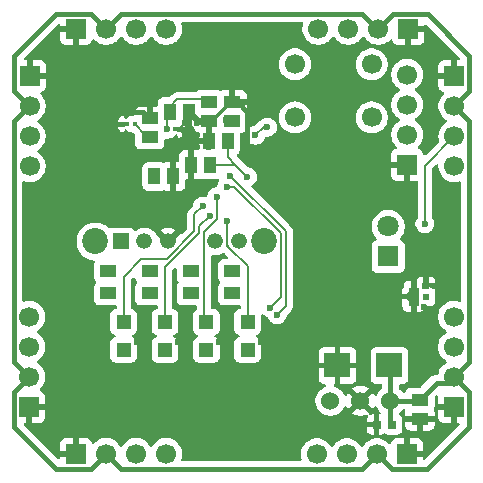
<source format=gbr>
%TF.GenerationSoftware,KiCad,Pcbnew,9.0.6*%
%TF.CreationDate,2025-12-07T19:24:30-08:00*%
%TF.ProjectId,redstone_repeater,72656473-746f-46e6-955f-726570656174,rev?*%
%TF.SameCoordinates,Original*%
%TF.FileFunction,Copper,L2,Bot*%
%TF.FilePolarity,Positive*%
%FSLAX46Y46*%
G04 Gerber Fmt 4.6, Leading zero omitted, Abs format (unit mm)*
G04 Created by KiCad (PCBNEW 9.0.6) date 2025-12-07 19:24:30*
%MOMM*%
%LPD*%
G01*
G04 APERTURE LIST*
%TA.AperFunction,ComponentPad*%
%ADD10C,1.524000*%
%TD*%
%TA.AperFunction,ComponentPad*%
%ADD11C,1.700000*%
%TD*%
%TA.AperFunction,ComponentPad*%
%ADD12R,1.337000X1.337000*%
%TD*%
%TA.AperFunction,ComponentPad*%
%ADD13C,1.337000*%
%TD*%
%TA.AperFunction,ComponentPad*%
%ADD14C,2.190000*%
%TD*%
%TA.AperFunction,HeatsinkPad*%
%ADD15C,0.600000*%
%TD*%
%TA.AperFunction,SMDPad,CuDef*%
%ADD16R,0.900000X1.600000*%
%TD*%
%TA.AperFunction,ComponentPad*%
%ADD17R,1.700000X1.700000*%
%TD*%
%TA.AperFunction,ComponentPad*%
%ADD18R,1.800000X1.800000*%
%TD*%
%TA.AperFunction,ComponentPad*%
%ADD19C,1.800000*%
%TD*%
%TA.AperFunction,SMDPad,CuDef*%
%ADD20R,1.450000X1.000000*%
%TD*%
%TA.AperFunction,SMDPad,CuDef*%
%ADD21R,1.020000X1.470000*%
%TD*%
%TA.AperFunction,SMDPad,CuDef*%
%ADD22R,0.620000X0.600000*%
%TD*%
%TA.AperFunction,SMDPad,CuDef*%
%ADD23R,0.460000X0.420000*%
%TD*%
%TA.AperFunction,SMDPad,CuDef*%
%ADD24R,1.470000X1.020000*%
%TD*%
%TA.AperFunction,SMDPad,CuDef*%
%ADD25R,1.250000X1.150000*%
%TD*%
%TA.AperFunction,SMDPad,CuDef*%
%ADD26R,2.200000X2.150000*%
%TD*%
%TA.AperFunction,SMDPad,CuDef*%
%ADD27R,0.650000X0.700000*%
%TD*%
%TA.AperFunction,ViaPad*%
%ADD28C,0.600000*%
%TD*%
%TA.AperFunction,Conductor*%
%ADD29C,0.600000*%
%TD*%
%TA.AperFunction,Conductor*%
%ADD30C,0.400000*%
%TD*%
%TA.AperFunction,Conductor*%
%ADD31C,0.200000*%
%TD*%
%TA.AperFunction,Conductor*%
%ADD32C,0.300000*%
%TD*%
G04 APERTURE END LIST*
D10*
%TO.P,U2,1,Vin*%
%TO.N,VCC*%
X192580000Y-68500000D03*
%TO.P,U2,2,GND*%
%TO.N,GND*%
X190040000Y-68500000D03*
%TO.P,U2,3,Vout*%
%TO.N,/5V_LOCAL*%
X187500000Y-68500000D03*
%TD*%
D11*
%TO.P,SW1,1,A*%
%TO.N,/3.3V_LOCAL*%
X184500000Y-40000000D03*
X191000000Y-40000000D03*
%TO.P,SW1,2,B*%
%TO.N,Net-(SW1-B)*%
X184500000Y-44500000D03*
X191000000Y-44500000D03*
%TD*%
D12*
%TO.P,S1,1,NC*%
%TO.N,Net-(S1-NC)*%
X169753508Y-55000000D03*
D13*
%TO.P,S1,2,NO_1*%
%TO.N,Net-(S1-NO_1)*%
X171753508Y-55000000D03*
%TO.P,S1,3,COM*%
%TO.N,GND*%
X173753508Y-55000000D03*
%TO.P,S1,4,NO_2*%
%TO.N,Net-(S1-NO_2)*%
X177753508Y-55000000D03*
%TO.P,S1,5,NO_3*%
%TO.N,Net-(S1-NO_3)*%
X179753508Y-55000000D03*
D14*
%TO.P,S1,6,MH1*%
%TO.N,unconnected-(S1-MH1-Pad6)*%
X167603508Y-55000000D03*
%TO.P,S1,7,MH2*%
%TO.N,unconnected-(S1-MH2-Pad7)*%
X181903508Y-55000000D03*
%TD*%
D15*
%TO.P,U3,9,PAD*%
%TO.N,GND*%
X194550000Y-60163863D03*
D16*
X194550000Y-59663863D03*
D15*
X194550000Y-59163863D03*
%TD*%
D17*
%TO.P,J9,1,Pin_1*%
%TO.N,GND*%
X194000000Y-48500000D03*
D11*
%TO.P,J9,2,Pin_2*%
%TO.N,Net-(J9-Pin_2)*%
X194000000Y-45960000D03*
%TO.P,J9,3,Pin_3*%
%TO.N,Net-(J9-Pin_3)*%
X194000000Y-43420000D03*
%TO.P,J9,4,Pin_4*%
%TO.N,/3.3V_LOCAL*%
X194000000Y-40880000D03*
%TD*%
D17*
%TO.P,J8,1,Pin_1*%
%TO.N,GND*%
X162000000Y-69000000D03*
D11*
%TO.P,J8,2,Pin_2*%
%TO.N,VCC*%
X162000000Y-66460000D03*
%TO.P,J8,3,Pin_3*%
%TO.N,/W_TX*%
X162000000Y-63920000D03*
%TO.P,J8,4,Pin_4*%
%TO.N,/W_RX*%
X162000000Y-61380000D03*
%TD*%
D17*
%TO.P,J4,1,Pin_1*%
%TO.N,GND*%
X197975000Y-69000000D03*
D11*
%TO.P,J4,2,Pin_2*%
%TO.N,VCC*%
X197975000Y-66460000D03*
%TO.P,J4,3,Pin_3*%
%TO.N,/E_TX*%
X197975000Y-63920000D03*
%TO.P,J4,4,Pin_4*%
%TO.N,/E_RX*%
X197975000Y-61380000D03*
%TD*%
D17*
%TO.P,J1,1,Pin_1*%
%TO.N,GND*%
X165975000Y-37000000D03*
D11*
%TO.P,J1,2,Pin_2*%
%TO.N,VCC*%
X168515000Y-37000000D03*
%TO.P,J1,3,Pin_3*%
%TO.N,/N_TX*%
X171055000Y-37000000D03*
%TO.P,J1,4,Pin_4*%
%TO.N,/N_RX*%
X173595000Y-37000000D03*
%TD*%
D17*
%TO.P,J2,1,Pin_1*%
%TO.N,GND*%
X194095000Y-37000000D03*
D11*
%TO.P,J2,2,Pin_2*%
%TO.N,VCC*%
X191555000Y-37000000D03*
%TO.P,J2,3,Pin_3*%
%TO.N,/N_TX*%
X189015000Y-37000000D03*
%TO.P,J2,4,Pin_4*%
%TO.N,/N_RX*%
X186475000Y-37000000D03*
%TD*%
D17*
%TO.P,J6,1,Pin_1*%
%TO.N,GND*%
X193975000Y-73025000D03*
D11*
%TO.P,J6,2,Pin_2*%
%TO.N,VCC*%
X191435000Y-73025000D03*
%TO.P,J6,3,Pin_3*%
%TO.N,/S_TX*%
X188895000Y-73025000D03*
%TO.P,J6,4,Pin_4*%
%TO.N,/S_RX*%
X186355000Y-73025000D03*
%TD*%
D18*
%TO.P,D5,1,K*%
%TO.N,Net-(D5-K)*%
X192403508Y-56270000D03*
D19*
%TO.P,D5,2,A*%
%TO.N,Net-(D5-A)*%
X192403508Y-53730000D03*
%TD*%
D17*
%TO.P,J5,1,Pin_1*%
%TO.N,GND*%
X165975000Y-73000000D03*
D11*
%TO.P,J5,2,Pin_2*%
%TO.N,VCC*%
X168515000Y-73000000D03*
%TO.P,J5,3,Pin_3*%
%TO.N,/S_TX*%
X171055000Y-73000000D03*
%TO.P,J5,4,Pin_4*%
%TO.N,/S_RX*%
X173595000Y-73000000D03*
%TD*%
D17*
%TO.P,J7,1,Pin_1*%
%TO.N,GND*%
X162050000Y-41000000D03*
D11*
%TO.P,J7,2,Pin_2*%
%TO.N,VCC*%
X162050000Y-43540000D03*
%TO.P,J7,3,Pin_3*%
%TO.N,/W_TX*%
X162050000Y-46080000D03*
%TO.P,J7,4,Pin_4*%
%TO.N,/W_RX*%
X162050000Y-48620000D03*
%TD*%
D17*
%TO.P,J3,1,Pin_1*%
%TO.N,GND*%
X198000000Y-41000000D03*
D11*
%TO.P,J3,2,Pin_2*%
%TO.N,VCC*%
X198000000Y-43540000D03*
%TO.P,J3,3,Pin_3*%
%TO.N,/E_TX*%
X198000000Y-46080000D03*
%TO.P,J3,4,Pin_4*%
%TO.N,/E_RX*%
X198000000Y-48620000D03*
%TD*%
D20*
%TO.P,R6,1*%
%TO.N,/5V_LOCAL*%
X175700000Y-57500000D03*
%TO.P,R6,2*%
%TO.N,Net-(D3-A)*%
X175700000Y-59400000D03*
%TD*%
D21*
%TO.P,C2,1,1*%
%TO.N,/3.3V_LOCAL*%
X172600000Y-49500000D03*
%TO.P,C2,2,2*%
%TO.N,GND*%
X174200000Y-49500000D03*
%TD*%
%TO.P,C2,1,1*%
%TO.N,/3.3V_LOCAL*%
X173900000Y-44000000D03*
%TO.P,C2,2,2*%
%TO.N,GND*%
X175500000Y-44000000D03*
%TD*%
D22*
%TO.P,C1,1,1*%
%TO.N,/5V_LOCAL*%
X195580000Y-59693863D03*
%TO.P,C1,2,2*%
%TO.N,GND*%
X195580000Y-58773863D03*
%TD*%
D21*
%TO.P,C2,1,1*%
%TO.N,/3.3V_LOCAL*%
X178800000Y-46500000D03*
%TO.P,C2,2,2*%
%TO.N,GND*%
X177200000Y-46500000D03*
%TD*%
D23*
%TO.P,C9,1,1*%
%TO.N,Net-(U1-VREG_VOUT)*%
X170929999Y-45062500D03*
%TO.P,C9,2,2*%
%TO.N,GND*%
X170269999Y-45062500D03*
%TD*%
D20*
%TO.P,R1,1*%
%TO.N,/5V_LOCAL*%
X168700000Y-57500000D03*
%TO.P,R1,2*%
%TO.N,Net-(D1-A)*%
X168700000Y-59400000D03*
%TD*%
D24*
%TO.P,C3,1,1*%
%TO.N,VCC*%
X195080000Y-68400000D03*
%TO.P,C3,2,2*%
%TO.N,GND*%
X195080000Y-70000000D03*
%TD*%
D25*
%TO.P,R4,1*%
%TO.N,Net-(Q3-B)*%
X177000000Y-64175000D03*
%TO.P,R4,2*%
%TO.N,Net-(U1-GPIO8)*%
X177000000Y-61825000D03*
%TD*%
D26*
%TO.P,D19,1,K*%
%TO.N,VCC*%
X192500000Y-65500000D03*
%TO.P,D19,2,A*%
%TO.N,GND*%
X188100000Y-65500000D03*
%TD*%
D21*
%TO.P,C2,1,1*%
%TO.N,/3.3V_LOCAL*%
X177300000Y-48500000D03*
%TO.P,C2,2,2*%
%TO.N,GND*%
X175700000Y-48500000D03*
%TD*%
D24*
%TO.P,C10,1,1*%
%TO.N,Net-(U1-VREG_VOUT)*%
X172200000Y-46190000D03*
%TO.P,C10,2,2*%
%TO.N,GND*%
X172200000Y-44590000D03*
%TD*%
D25*
%TO.P,R7,1*%
%TO.N,Net-(Q4-B)*%
X180500000Y-64175000D03*
%TO.P,R7,2*%
%TO.N,Net-(U1-GPIO9)*%
X180500000Y-61825000D03*
%TD*%
D24*
%TO.P,C10,1,1*%
%TO.N,Net-(U1-VREG_VOUT)*%
X179200000Y-44800000D03*
%TO.P,C10,2,2*%
%TO.N,GND*%
X179200000Y-43200000D03*
%TD*%
%TO.P,C2,1,1*%
%TO.N,/3.3V_LOCAL*%
X177200000Y-43200000D03*
%TO.P,C2,2,2*%
%TO.N,GND*%
X177200000Y-44800000D03*
%TD*%
D20*
%TO.P,R8,1*%
%TO.N,/5V_LOCAL*%
X179200000Y-57500000D03*
%TO.P,R8,2*%
%TO.N,Net-(D4-A)*%
X179200000Y-59400000D03*
%TD*%
D27*
%TO.P,C4,1,1*%
%TO.N,VCC*%
X192755000Y-70500000D03*
%TO.P,C4,2,2*%
%TO.N,GND*%
X191405000Y-70500000D03*
%TD*%
D25*
%TO.P,R2,1*%
%TO.N,Net-(Q2-B)*%
X173500000Y-64175000D03*
%TO.P,R2,2*%
%TO.N,Net-(U1-GPIO7)*%
X173500000Y-61825000D03*
%TD*%
D23*
%TO.P,C11,1,1*%
%TO.N,/3.3V_LOCAL*%
X173700000Y-45500000D03*
%TO.P,C11,2,2*%
%TO.N,GND*%
X174360000Y-45500000D03*
%TD*%
D25*
%TO.P,R5,1*%
%TO.N,Net-(Q1-B)*%
X170000000Y-64175000D03*
%TO.P,R5,2*%
%TO.N,Net-(U1-GPIO6)*%
X170000000Y-61825000D03*
%TD*%
D20*
%TO.P,R3,1*%
%TO.N,/5V_LOCAL*%
X172200000Y-57500000D03*
%TO.P,R3,2*%
%TO.N,Net-(D2-A)*%
X172200000Y-59400000D03*
%TD*%
D28*
%TO.N,/5V_LOCAL*%
X195580000Y-59693863D03*
X179200000Y-57500000D03*
X168700000Y-57500000D03*
X172200000Y-57500000D03*
X175700000Y-57500000D03*
%TO.N,GND*%
X177200000Y-46000000D03*
X187500000Y-55000000D03*
X169000000Y-50500000D03*
X195538845Y-58788863D03*
X195461137Y-60538863D03*
X175200000Y-47000000D03*
X181500000Y-42000000D03*
X177200000Y-47000000D03*
X181608119Y-63471168D03*
X176200000Y-45000000D03*
X171108119Y-63471168D03*
X177200000Y-45000000D03*
X176200000Y-46000000D03*
X180457819Y-47009694D03*
X175200000Y-46000000D03*
X193503362Y-58788863D03*
X174500000Y-68000000D03*
X175200000Y-45000000D03*
X177500000Y-38000000D03*
X184500000Y-61413863D03*
X196500000Y-51350000D03*
X176200000Y-47000000D03*
X174608119Y-63471168D03*
X163500000Y-55000000D03*
X178108119Y-63471168D03*
%TO.N,/3.3V_LOCAL*%
X173900000Y-43600000D03*
X178706166Y-46466793D03*
X172600000Y-49500000D03*
X177300000Y-48500000D03*
X180475735Y-49524265D03*
X177200134Y-43375302D03*
X173629998Y-45500000D03*
%TO.N,Net-(U1-VREG_VOUT)*%
X171845229Y-46000001D03*
X178700000Y-44700000D03*
%TO.N,Net-(D1-A)*%
X168700000Y-59400000D03*
%TO.N,Net-(D2-A)*%
X172200000Y-59400000D03*
%TO.N,Net-(D3-A)*%
X175700000Y-59400000D03*
%TO.N,Net-(D4-A)*%
X179200000Y-59400000D03*
%TO.N,/E_TX*%
X195500000Y-53500000D03*
%TO.N,/S_RX*%
X182988235Y-61211762D03*
X178999999Y-49442297D03*
%TO.N,/S_TX*%
X182388235Y-60611765D03*
X178724265Y-50375735D03*
%TO.N,Net-(J9-Pin_3)*%
X181157819Y-46006346D03*
X182168390Y-45318444D03*
%TO.N,Net-(Q2-B)*%
X173500000Y-64175000D03*
%TO.N,Net-(Q3-B)*%
X177000000Y-64175000D03*
%TO.N,Net-(Q4-B)*%
X180500000Y-64175000D03*
%TO.N,Net-(U1-GPIO7)*%
X177275735Y-52830685D03*
%TO.N,Net-(Q1-B)*%
X170000000Y-64175000D03*
%TO.N,Net-(U1-GPIO8)*%
X177875735Y-51224265D03*
%TO.N,Net-(U1-GPIO6)*%
X176675735Y-52005206D03*
%TO.N,Net-(U1-GPIO9)*%
X178723008Y-53276992D03*
%TD*%
D29*
%TO.N,GND*%
X176300000Y-44800000D02*
X175500000Y-44000000D01*
D30*
X179200000Y-43200000D02*
X179647000Y-43200000D01*
X180457819Y-44010819D02*
X180457819Y-47009694D01*
X179647000Y-43200000D02*
X180457819Y-44010819D01*
D31*
X172200000Y-44590000D02*
X171610000Y-44590000D01*
X174700000Y-45500000D02*
X175200000Y-46000000D01*
X174700000Y-45500000D02*
X175200000Y-45000000D01*
D30*
X171610000Y-44000000D02*
X170500000Y-44000000D01*
D31*
X177447000Y-44800000D02*
X177200000Y-44800000D01*
D32*
X179047000Y-43200000D02*
X177447000Y-44800000D01*
D29*
X177200000Y-44800000D02*
X176300000Y-44800000D01*
D31*
X174360000Y-45500000D02*
X174700000Y-45500000D01*
D30*
X172200000Y-44590000D02*
X171610000Y-44000000D01*
D31*
%TO.N,/3.3V_LOCAL*%
X173700000Y-45500000D02*
X173700000Y-44200000D01*
X179451470Y-48500000D02*
X177300000Y-48500000D01*
X173700000Y-44200000D02*
X173900000Y-44000000D01*
X180475735Y-49524265D02*
X179451470Y-48500000D01*
X176788832Y-42964000D02*
X174536000Y-42964000D01*
X174536000Y-42964000D02*
X173900000Y-43600000D01*
X178800000Y-47848530D02*
X178800000Y-46500000D01*
X177200134Y-43375302D02*
X176788832Y-42964000D01*
X179451470Y-48500000D02*
X178800000Y-47848530D01*
D30*
%TO.N,VCC*%
X191475000Y-37000000D02*
X190199000Y-35724000D01*
X169791000Y-35724000D02*
X168515000Y-37000000D01*
X197781000Y-66976000D02*
X196504000Y-66976000D01*
X197975000Y-66460000D02*
X199226000Y-67711000D01*
X161975000Y-66460000D02*
X160724000Y-65209000D01*
X199251000Y-39276000D02*
X199251000Y-42289000D01*
X192580000Y-70325000D02*
X192755000Y-70500000D01*
X160701000Y-67734000D02*
X161975000Y-66460000D01*
X160701000Y-39299000D02*
X164299000Y-35701000D01*
X191435000Y-73025000D02*
X190184000Y-74276000D01*
X199251000Y-65184000D02*
X197975000Y-66460000D01*
X168515000Y-73000000D02*
X167264000Y-74251000D01*
X191555000Y-37000000D02*
X192806000Y-35749000D01*
X160701000Y-42241000D02*
X160701000Y-39299000D01*
X167216000Y-35701000D02*
X168515000Y-37000000D01*
X192686000Y-74276000D02*
X191435000Y-73025000D01*
X195724000Y-35749000D02*
X199251000Y-39276000D01*
X199226000Y-70749000D02*
X195699000Y-74276000D01*
X199251000Y-42289000D02*
X198000000Y-43540000D01*
X195699000Y-74276000D02*
X192686000Y-74276000D01*
X160701000Y-70701000D02*
X160701000Y-67734000D01*
X199226000Y-67711000D02*
X199226000Y-70749000D01*
X197975000Y-66782000D02*
X197781000Y-66976000D01*
X196504000Y-66976000D02*
X195080000Y-68400000D01*
X169791000Y-74276000D02*
X168515000Y-73000000D01*
X192580000Y-68500000D02*
X192580000Y-65580000D01*
X162000000Y-43540000D02*
X160701000Y-42241000D01*
X164251000Y-74251000D02*
X160701000Y-70701000D01*
X192580000Y-68500000D02*
X192580000Y-70325000D01*
X199251000Y-44791000D02*
X199251000Y-65184000D01*
X192580000Y-65580000D02*
X192500000Y-65500000D01*
X192580000Y-68500000D02*
X194980000Y-68500000D01*
X192806000Y-35749000D02*
X195724000Y-35749000D01*
X164299000Y-35701000D02*
X167216000Y-35701000D01*
X160724000Y-44816000D02*
X162000000Y-43540000D01*
X194980000Y-68500000D02*
X195080000Y-68400000D01*
X197975000Y-66460000D02*
X197975000Y-66782000D01*
X160724000Y-65209000D02*
X160724000Y-44816000D01*
X190184000Y-74276000D02*
X169791000Y-74276000D01*
X167264000Y-74251000D02*
X164251000Y-74251000D01*
X198000000Y-43540000D02*
X199251000Y-44791000D01*
X190199000Y-35724000D02*
X169791000Y-35724000D01*
D31*
%TO.N,Net-(U1-VREG_VOUT)*%
X171845229Y-46000001D02*
X171845229Y-45977730D01*
X170929999Y-45084771D02*
X170929999Y-45062500D01*
X171845229Y-45977730D02*
X170929999Y-45062500D01*
%TO.N,/E_TX*%
X195500000Y-53500000D02*
X195500000Y-48580000D01*
X195500000Y-48580000D02*
X198000000Y-46080000D01*
%TO.N,/S_RX*%
X183700508Y-60499489D02*
X182988235Y-61211762D01*
X178999999Y-49442297D02*
X179009397Y-49442297D01*
X179009397Y-49442297D02*
X183700508Y-54133408D01*
X183700508Y-54133408D02*
X183700508Y-60499489D01*
%TO.N,/S_TX*%
X182388235Y-60611765D02*
X183299508Y-59700492D01*
X183299508Y-54299508D02*
X179375735Y-50375735D01*
X179375735Y-50375735D02*
X178724265Y-50375735D01*
X183299508Y-59700492D02*
X183299508Y-54299508D01*
%TO.N,Net-(J9-Pin_3)*%
X181845721Y-45318444D02*
X181157819Y-46006346D01*
X182168390Y-45318444D02*
X181845721Y-45318444D01*
%TO.N,Net-(U1-GPIO7)*%
X176383008Y-53723412D02*
X176383008Y-54308681D01*
X176383008Y-54308681D02*
X173500000Y-57191689D01*
X173500000Y-57191689D02*
X173500000Y-61825000D01*
X177275735Y-52830685D02*
X176383008Y-53723412D01*
%TO.N,Net-(U1-GPIO8)*%
X177000000Y-61825000D02*
X176784008Y-61609008D01*
X176784008Y-61609008D02*
X176784008Y-54225892D01*
X176784008Y-54225892D02*
X177875735Y-53134165D01*
X177875735Y-53134165D02*
X177875735Y-51224265D01*
%TO.N,Net-(U1-GPIO6)*%
X175982008Y-54142581D02*
X173624589Y-56500000D01*
X176675735Y-52005206D02*
X175982008Y-52698933D01*
X171500000Y-56500000D02*
X170000000Y-58000000D01*
X175982008Y-52698933D02*
X175982008Y-54142581D01*
X170000000Y-58000000D02*
X170000000Y-61825000D01*
X173624589Y-56500000D02*
X171500000Y-56500000D01*
%TO.N,Net-(U1-GPIO9)*%
X180500000Y-57117573D02*
X178941213Y-55558787D01*
X180500000Y-61825000D02*
X180500000Y-57117573D01*
X178941213Y-55558787D02*
X178784008Y-55401581D01*
X178723008Y-55340582D02*
X178941213Y-55558787D01*
X178723008Y-53276992D02*
X178723008Y-55340582D01*
%TD*%
%TA.AperFunction,Conductor*%
%TO.N,GND*%
G36*
X185098311Y-36432425D02*
G01*
X185126033Y-36437223D01*
X185131387Y-36442137D01*
X185138360Y-36444185D01*
X185156779Y-36465442D01*
X185177508Y-36484467D01*
X185179355Y-36491496D01*
X185184115Y-36496989D01*
X185188118Y-36524835D01*
X185195270Y-36552041D01*
X185193500Y-36562264D01*
X185194059Y-36566147D01*
X185189252Y-36586818D01*
X185157753Y-36683760D01*
X185147262Y-36750000D01*
X185124500Y-36893713D01*
X185124500Y-37106287D01*
X185134534Y-37169644D01*
X185157753Y-37316239D01*
X185223444Y-37518414D01*
X185319951Y-37707820D01*
X185444890Y-37879786D01*
X185595213Y-38030109D01*
X185767179Y-38155048D01*
X185767181Y-38155049D01*
X185767184Y-38155051D01*
X185956588Y-38251557D01*
X186158757Y-38317246D01*
X186368713Y-38350500D01*
X186368714Y-38350500D01*
X186581286Y-38350500D01*
X186581287Y-38350500D01*
X186791243Y-38317246D01*
X186993412Y-38251557D01*
X187182816Y-38155051D01*
X187269478Y-38092088D01*
X187354786Y-38030109D01*
X187354788Y-38030106D01*
X187354792Y-38030104D01*
X187505104Y-37879792D01*
X187505106Y-37879788D01*
X187505109Y-37879786D01*
X187630048Y-37707820D01*
X187630047Y-37707820D01*
X187630051Y-37707816D01*
X187634514Y-37699054D01*
X187682488Y-37648259D01*
X187750308Y-37631463D01*
X187816444Y-37653999D01*
X187855486Y-37699056D01*
X187859951Y-37707820D01*
X187984890Y-37879786D01*
X188135213Y-38030109D01*
X188307179Y-38155048D01*
X188307181Y-38155049D01*
X188307184Y-38155051D01*
X188496588Y-38251557D01*
X188698757Y-38317246D01*
X188908713Y-38350500D01*
X188908714Y-38350500D01*
X189121286Y-38350500D01*
X189121287Y-38350500D01*
X189331243Y-38317246D01*
X189533412Y-38251557D01*
X189722816Y-38155051D01*
X189809478Y-38092088D01*
X189894786Y-38030109D01*
X189894788Y-38030106D01*
X189894792Y-38030104D01*
X190045104Y-37879792D01*
X190045106Y-37879788D01*
X190045109Y-37879786D01*
X190170048Y-37707820D01*
X190170047Y-37707820D01*
X190170051Y-37707816D01*
X190174514Y-37699054D01*
X190222488Y-37648259D01*
X190290308Y-37631463D01*
X190356444Y-37653999D01*
X190395486Y-37699056D01*
X190399951Y-37707820D01*
X190524890Y-37879786D01*
X190675213Y-38030109D01*
X190847179Y-38155048D01*
X190847181Y-38155049D01*
X190847184Y-38155051D01*
X191036588Y-38251557D01*
X191238757Y-38317246D01*
X191448713Y-38350500D01*
X191448714Y-38350500D01*
X191661286Y-38350500D01*
X191661287Y-38350500D01*
X191871243Y-38317246D01*
X192073412Y-38251557D01*
X192262816Y-38155051D01*
X192349478Y-38092088D01*
X192434784Y-38030110D01*
X192434784Y-38030109D01*
X192434792Y-38030104D01*
X192548717Y-37916178D01*
X192610036Y-37882696D01*
X192679728Y-37887680D01*
X192735662Y-37929551D01*
X192752577Y-37960528D01*
X192801646Y-38092088D01*
X192801649Y-38092093D01*
X192887809Y-38207187D01*
X192887812Y-38207190D01*
X193002906Y-38293350D01*
X193002913Y-38293354D01*
X193137620Y-38343596D01*
X193137627Y-38343598D01*
X193197155Y-38349999D01*
X193197172Y-38350000D01*
X193845000Y-38350000D01*
X193845000Y-37433012D01*
X193902007Y-37465925D01*
X194029174Y-37500000D01*
X194160826Y-37500000D01*
X194287993Y-37465925D01*
X194345000Y-37433012D01*
X194345000Y-38350000D01*
X194992828Y-38350000D01*
X194992844Y-38349999D01*
X195052372Y-38343598D01*
X195052379Y-38343596D01*
X195187086Y-38293354D01*
X195187093Y-38293350D01*
X195302187Y-38207190D01*
X195302190Y-38207187D01*
X195388350Y-38092093D01*
X195388354Y-38092086D01*
X195438596Y-37957379D01*
X195438598Y-37957372D01*
X195444999Y-37897844D01*
X195445000Y-37897827D01*
X195445000Y-37250000D01*
X194528012Y-37250000D01*
X194560925Y-37192993D01*
X194595000Y-37065826D01*
X194595000Y-36934174D01*
X194560925Y-36807007D01*
X194528012Y-36750000D01*
X195445000Y-36750000D01*
X195449164Y-36745835D01*
X195464685Y-36692980D01*
X195517489Y-36647225D01*
X195586647Y-36637281D01*
X195650203Y-36666306D01*
X195656681Y-36672338D01*
X198422662Y-39438319D01*
X198456147Y-39499642D01*
X198451163Y-39569334D01*
X198409291Y-39625267D01*
X198343827Y-39649684D01*
X198334981Y-39650000D01*
X198250000Y-39650000D01*
X198250000Y-40566988D01*
X198192993Y-40534075D01*
X198065826Y-40500000D01*
X197934174Y-40500000D01*
X197807007Y-40534075D01*
X197750000Y-40566988D01*
X197750000Y-39650000D01*
X197102155Y-39650000D01*
X197042627Y-39656401D01*
X197042620Y-39656403D01*
X196907913Y-39706645D01*
X196907906Y-39706649D01*
X196792812Y-39792809D01*
X196792809Y-39792812D01*
X196706649Y-39907906D01*
X196706645Y-39907913D01*
X196656403Y-40042620D01*
X196656401Y-40042627D01*
X196650000Y-40102155D01*
X196650000Y-40750000D01*
X197566988Y-40750000D01*
X197534075Y-40807007D01*
X197500000Y-40934174D01*
X197500000Y-41065826D01*
X197534075Y-41192993D01*
X197566988Y-41250000D01*
X196650000Y-41250000D01*
X196650000Y-41897844D01*
X196656401Y-41957372D01*
X196656403Y-41957379D01*
X196706645Y-42092086D01*
X196706649Y-42092093D01*
X196792809Y-42207187D01*
X196792812Y-42207190D01*
X196907906Y-42293350D01*
X196907913Y-42293354D01*
X197039470Y-42342422D01*
X197095404Y-42384293D01*
X197119821Y-42449758D01*
X197104969Y-42518031D01*
X197083819Y-42546285D01*
X196969889Y-42660215D01*
X196844951Y-42832179D01*
X196748444Y-43021585D01*
X196682753Y-43223760D01*
X196649500Y-43433713D01*
X196649500Y-43646286D01*
X196679850Y-43837913D01*
X196682754Y-43856243D01*
X196744952Y-44047669D01*
X196748444Y-44058414D01*
X196844951Y-44247820D01*
X196969890Y-44419786D01*
X197120213Y-44570109D01*
X197292182Y-44695050D01*
X197300946Y-44699516D01*
X197351742Y-44747491D01*
X197368536Y-44815312D01*
X197345998Y-44881447D01*
X197300946Y-44920484D01*
X197292182Y-44924949D01*
X197120213Y-45049890D01*
X196969890Y-45200213D01*
X196844951Y-45372179D01*
X196748444Y-45561585D01*
X196682753Y-45763760D01*
X196653748Y-45946894D01*
X196649500Y-45973713D01*
X196649500Y-46186287D01*
X196657983Y-46239846D01*
X196682754Y-46396244D01*
X196682754Y-46396247D01*
X196696491Y-46438523D01*
X196698486Y-46508364D01*
X196666241Y-46564522D01*
X195560310Y-47670453D01*
X195498987Y-47703938D01*
X195429295Y-47698954D01*
X195373362Y-47657082D01*
X195349340Y-47596028D01*
X195343598Y-47542627D01*
X195343596Y-47542620D01*
X195293354Y-47407913D01*
X195293350Y-47407906D01*
X195207190Y-47292812D01*
X195207187Y-47292809D01*
X195092093Y-47206649D01*
X195092088Y-47206646D01*
X194960528Y-47157577D01*
X194904595Y-47115705D01*
X194880178Y-47050241D01*
X194895030Y-46981968D01*
X194916175Y-46953720D01*
X195030104Y-46839792D01*
X195076393Y-46776081D01*
X195120235Y-46715736D01*
X195155051Y-46667816D01*
X195251557Y-46478412D01*
X195317246Y-46276243D01*
X195350500Y-46066287D01*
X195350500Y-45853713D01*
X195317246Y-45643757D01*
X195251557Y-45441588D01*
X195155051Y-45252184D01*
X195155049Y-45252181D01*
X195155048Y-45252179D01*
X195030109Y-45080213D01*
X194879786Y-44929890D01*
X194707820Y-44804951D01*
X194707115Y-44804591D01*
X194699054Y-44800485D01*
X194648259Y-44752512D01*
X194631463Y-44684692D01*
X194653999Y-44618556D01*
X194699054Y-44579515D01*
X194707816Y-44575051D01*
X194787014Y-44517511D01*
X194879786Y-44450109D01*
X194879788Y-44450106D01*
X194879792Y-44450104D01*
X195030104Y-44299792D01*
X195030106Y-44299788D01*
X195030109Y-44299786D01*
X195155048Y-44127820D01*
X195155047Y-44127820D01*
X195155051Y-44127816D01*
X195251557Y-43938412D01*
X195317246Y-43736243D01*
X195350500Y-43526287D01*
X195350500Y-43313713D01*
X195317246Y-43103757D01*
X195251557Y-42901588D01*
X195155051Y-42712184D01*
X195155049Y-42712181D01*
X195155048Y-42712179D01*
X195030109Y-42540213D01*
X194879786Y-42389890D01*
X194707820Y-42264951D01*
X194707115Y-42264591D01*
X194699054Y-42260485D01*
X194648259Y-42212512D01*
X194631463Y-42144692D01*
X194653999Y-42078556D01*
X194699054Y-42039515D01*
X194707816Y-42035051D01*
X194729789Y-42019086D01*
X194879786Y-41910109D01*
X194879788Y-41910106D01*
X194879792Y-41910104D01*
X195030104Y-41759792D01*
X195030106Y-41759788D01*
X195030109Y-41759786D01*
X195155048Y-41587820D01*
X195155047Y-41587820D01*
X195155051Y-41587816D01*
X195251557Y-41398412D01*
X195317246Y-41196243D01*
X195350500Y-40986287D01*
X195350500Y-40773713D01*
X195317246Y-40563757D01*
X195251557Y-40361588D01*
X195155051Y-40172184D01*
X195155049Y-40172181D01*
X195154728Y-40171739D01*
X195154727Y-40171737D01*
X195154726Y-40171736D01*
X195030109Y-40000213D01*
X194879786Y-39849890D01*
X194707820Y-39724951D01*
X194518414Y-39628444D01*
X194518413Y-39628443D01*
X194518412Y-39628443D01*
X194316243Y-39562754D01*
X194316241Y-39562753D01*
X194316240Y-39562753D01*
X194154957Y-39537208D01*
X194106287Y-39529500D01*
X193893713Y-39529500D01*
X193845042Y-39537208D01*
X193683760Y-39562753D01*
X193481585Y-39628444D01*
X193292179Y-39724951D01*
X193120213Y-39849890D01*
X192969890Y-40000213D01*
X192844951Y-40172179D01*
X192748444Y-40361585D01*
X192682753Y-40563760D01*
X192649500Y-40773713D01*
X192649500Y-40986286D01*
X192682246Y-41193039D01*
X192682754Y-41196243D01*
X192732875Y-41350500D01*
X192748444Y-41398414D01*
X192844951Y-41587820D01*
X192969890Y-41759786D01*
X193120213Y-41910109D01*
X193292182Y-42035050D01*
X193300946Y-42039516D01*
X193351742Y-42087491D01*
X193368536Y-42155312D01*
X193345998Y-42221447D01*
X193300946Y-42260484D01*
X193292182Y-42264949D01*
X193120213Y-42389890D01*
X192969890Y-42540213D01*
X192844951Y-42712179D01*
X192748444Y-42901585D01*
X192682753Y-43103760D01*
X192663748Y-43223757D01*
X192649500Y-43313713D01*
X192649500Y-43526287D01*
X192658007Y-43580000D01*
X192680626Y-43722812D01*
X192682754Y-43736243D01*
X192721743Y-43856239D01*
X192748444Y-43938414D01*
X192844951Y-44127820D01*
X192969890Y-44299786D01*
X193120213Y-44450109D01*
X193292182Y-44575050D01*
X193300946Y-44579516D01*
X193351742Y-44627491D01*
X193368536Y-44695312D01*
X193345998Y-44761447D01*
X193300946Y-44800484D01*
X193292182Y-44804949D01*
X193120213Y-44929890D01*
X192969890Y-45080213D01*
X192844951Y-45252179D01*
X192748444Y-45441585D01*
X192682753Y-45643760D01*
X192656345Y-45810498D01*
X192649500Y-45853713D01*
X192649500Y-46066287D01*
X192652494Y-46085188D01*
X192681723Y-46269738D01*
X192682754Y-46276243D01*
X192735482Y-46438523D01*
X192748444Y-46478414D01*
X192844951Y-46667820D01*
X192969890Y-46839786D01*
X193083818Y-46953714D01*
X193117303Y-47015037D01*
X193112319Y-47084729D01*
X193070447Y-47140662D01*
X193039471Y-47157577D01*
X192907912Y-47206646D01*
X192907906Y-47206649D01*
X192792812Y-47292809D01*
X192792809Y-47292812D01*
X192706649Y-47407906D01*
X192706645Y-47407913D01*
X192656403Y-47542620D01*
X192656401Y-47542627D01*
X192650000Y-47602155D01*
X192650000Y-48250000D01*
X193566988Y-48250000D01*
X193534075Y-48307007D01*
X193500000Y-48434174D01*
X193500000Y-48565826D01*
X193534075Y-48692993D01*
X193566988Y-48750000D01*
X192650000Y-48750000D01*
X192650000Y-49397844D01*
X192656401Y-49457372D01*
X192656403Y-49457379D01*
X192706645Y-49592086D01*
X192706649Y-49592093D01*
X192792809Y-49707187D01*
X192792812Y-49707190D01*
X192907906Y-49793350D01*
X192907913Y-49793354D01*
X193042620Y-49843596D01*
X193042627Y-49843598D01*
X193102155Y-49849999D01*
X193102172Y-49850000D01*
X193750000Y-49850000D01*
X193750000Y-48933012D01*
X193807007Y-48965925D01*
X193934174Y-49000000D01*
X194065826Y-49000000D01*
X194192993Y-48965925D01*
X194250000Y-48933012D01*
X194250000Y-49850000D01*
X194775500Y-49850000D01*
X194842539Y-49869685D01*
X194888294Y-49922489D01*
X194899500Y-49974000D01*
X194899500Y-52920234D01*
X194879815Y-52987273D01*
X194878602Y-52989125D01*
X194790609Y-53120814D01*
X194790602Y-53120827D01*
X194730264Y-53266498D01*
X194730261Y-53266510D01*
X194699500Y-53421153D01*
X194699500Y-53578846D01*
X194730261Y-53733489D01*
X194730264Y-53733501D01*
X194790602Y-53879172D01*
X194790609Y-53879185D01*
X194878210Y-54010288D01*
X194878213Y-54010292D01*
X194989707Y-54121786D01*
X194989711Y-54121789D01*
X195120814Y-54209390D01*
X195120827Y-54209397D01*
X195261351Y-54267603D01*
X195266503Y-54269737D01*
X195421153Y-54300499D01*
X195421156Y-54300500D01*
X195421158Y-54300500D01*
X195578844Y-54300500D01*
X195578845Y-54300499D01*
X195733497Y-54269737D01*
X195871755Y-54212469D01*
X195879172Y-54209397D01*
X195879172Y-54209396D01*
X195879179Y-54209394D01*
X196010289Y-54121789D01*
X196121789Y-54010289D01*
X196209394Y-53879179D01*
X196269737Y-53733497D01*
X196300500Y-53578842D01*
X196300500Y-53421158D01*
X196300500Y-53421155D01*
X196300499Y-53421153D01*
X196287507Y-53355838D01*
X196269737Y-53266503D01*
X196269735Y-53266498D01*
X196209397Y-53120827D01*
X196209390Y-53120814D01*
X196121398Y-52989125D01*
X196100520Y-52922447D01*
X196100500Y-52920234D01*
X196100500Y-48880096D01*
X196120185Y-48813057D01*
X196136815Y-48792419D01*
X196437819Y-48491414D01*
X196499142Y-48457930D01*
X196568834Y-48462914D01*
X196624767Y-48504786D01*
X196649184Y-48570250D01*
X196649500Y-48579096D01*
X196649500Y-48726286D01*
X196677405Y-48902475D01*
X196682754Y-48936243D01*
X196692398Y-48965925D01*
X196748444Y-49138414D01*
X196844951Y-49327820D01*
X196969890Y-49499786D01*
X197120213Y-49650109D01*
X197292179Y-49775048D01*
X197292181Y-49775049D01*
X197292184Y-49775051D01*
X197481588Y-49871557D01*
X197683757Y-49937246D01*
X197893713Y-49970500D01*
X197893714Y-49970500D01*
X198106286Y-49970500D01*
X198106287Y-49970500D01*
X198316243Y-49937246D01*
X198388183Y-49913870D01*
X198458023Y-49911876D01*
X198517856Y-49947956D01*
X198548684Y-50010657D01*
X198550500Y-50031802D01*
X198550500Y-59976320D01*
X198530815Y-60043359D01*
X198478011Y-60089114D01*
X198408853Y-60099058D01*
X198388183Y-60094251D01*
X198291244Y-60062754D01*
X198291240Y-60062753D01*
X198126739Y-60036699D01*
X198081287Y-60029500D01*
X197868713Y-60029500D01*
X197823261Y-60036699D01*
X197658760Y-60062753D01*
X197456585Y-60128444D01*
X197267179Y-60224951D01*
X197095213Y-60349890D01*
X196944890Y-60500213D01*
X196819951Y-60672179D01*
X196723444Y-60861585D01*
X196657753Y-61063760D01*
X196624500Y-61273713D01*
X196624500Y-61486286D01*
X196641074Y-61590934D01*
X196657754Y-61696243D01*
X196702368Y-61833551D01*
X196723444Y-61898414D01*
X196819951Y-62087820D01*
X196944890Y-62259786D01*
X197095213Y-62410109D01*
X197267182Y-62535050D01*
X197275946Y-62539516D01*
X197326742Y-62587491D01*
X197343536Y-62655312D01*
X197320998Y-62721447D01*
X197275946Y-62760484D01*
X197267182Y-62764949D01*
X197095213Y-62889890D01*
X196944890Y-63040213D01*
X196819951Y-63212179D01*
X196723444Y-63401585D01*
X196657753Y-63603760D01*
X196624500Y-63813713D01*
X196624500Y-64026287D01*
X196631077Y-64067812D01*
X196649268Y-64182669D01*
X196657754Y-64236243D01*
X196703539Y-64377155D01*
X196723444Y-64438414D01*
X196819951Y-64627820D01*
X196944890Y-64799786D01*
X197095213Y-64950109D01*
X197267182Y-65075050D01*
X197275946Y-65079516D01*
X197326742Y-65127491D01*
X197343536Y-65195312D01*
X197320998Y-65261447D01*
X197275946Y-65300484D01*
X197267182Y-65304949D01*
X197095213Y-65429890D01*
X196944890Y-65580213D01*
X196819951Y-65752179D01*
X196723444Y-65941583D01*
X196657753Y-66143756D01*
X196653455Y-66170898D01*
X196623526Y-66234033D01*
X196564214Y-66270964D01*
X196530982Y-66275500D01*
X196435005Y-66275500D01*
X196299677Y-66302418D01*
X196299667Y-66302421D01*
X196172192Y-66355222D01*
X196057454Y-66431887D01*
X195136160Y-67353181D01*
X195074837Y-67386666D01*
X195048479Y-67389500D01*
X194297129Y-67389500D01*
X194297123Y-67389501D01*
X194237516Y-67395908D01*
X194102671Y-67446202D01*
X194102664Y-67446206D01*
X193987455Y-67532452D01*
X193987452Y-67532455D01*
X193901206Y-67647664D01*
X193901202Y-67647671D01*
X193874661Y-67718833D01*
X193861391Y-67736559D01*
X193852192Y-67756703D01*
X193840861Y-67763984D01*
X193832790Y-67774767D01*
X193812042Y-67782505D01*
X193793414Y-67794477D01*
X193771495Y-67797628D01*
X193767325Y-67799184D01*
X193758479Y-67799500D01*
X193694774Y-67799500D01*
X193627735Y-67779815D01*
X193594457Y-67748387D01*
X193542981Y-67677536D01*
X193402464Y-67537019D01*
X193331613Y-67485542D01*
X193328273Y-67481211D01*
X193323297Y-67478939D01*
X193307166Y-67453839D01*
X193288949Y-67430214D01*
X193287696Y-67423542D01*
X193285523Y-67420161D01*
X193280500Y-67385226D01*
X193280500Y-67199499D01*
X193300185Y-67132460D01*
X193352989Y-67086705D01*
X193404500Y-67075499D01*
X193647871Y-67075499D01*
X193647872Y-67075499D01*
X193707483Y-67069091D01*
X193842331Y-67018796D01*
X193957546Y-66932546D01*
X194043796Y-66817331D01*
X194094091Y-66682483D01*
X194100500Y-66622873D01*
X194100499Y-64377128D01*
X194094091Y-64317517D01*
X194063776Y-64236239D01*
X194043797Y-64182671D01*
X194043793Y-64182664D01*
X193957547Y-64067455D01*
X193957544Y-64067452D01*
X193842335Y-63981206D01*
X193842328Y-63981202D01*
X193707482Y-63930908D01*
X193707483Y-63930908D01*
X193647883Y-63924501D01*
X193647881Y-63924500D01*
X193647873Y-63924500D01*
X193647864Y-63924500D01*
X191352129Y-63924500D01*
X191352123Y-63924501D01*
X191292516Y-63930908D01*
X191157671Y-63981202D01*
X191157664Y-63981206D01*
X191042455Y-64067452D01*
X191042452Y-64067455D01*
X190956206Y-64182664D01*
X190956202Y-64182671D01*
X190905908Y-64317517D01*
X190899852Y-64373851D01*
X190899501Y-64377123D01*
X190899500Y-64377135D01*
X190899500Y-66622870D01*
X190899501Y-66622876D01*
X190905908Y-66682483D01*
X190956202Y-66817328D01*
X190956206Y-66817335D01*
X191042452Y-66932544D01*
X191042455Y-66932547D01*
X191157664Y-67018793D01*
X191157671Y-67018797D01*
X191202618Y-67035561D01*
X191292517Y-67069091D01*
X191352127Y-67075500D01*
X191755500Y-67075499D01*
X191764186Y-67078049D01*
X191773147Y-67076761D01*
X191797183Y-67087738D01*
X191822539Y-67095183D01*
X191828467Y-67102025D01*
X191836703Y-67105786D01*
X191850989Y-67128017D01*
X191868294Y-67147987D01*
X191870581Y-67158502D01*
X191874477Y-67164564D01*
X191879500Y-67199499D01*
X191879500Y-67385226D01*
X191859815Y-67452265D01*
X191828387Y-67485542D01*
X191775750Y-67523785D01*
X191757533Y-67537021D01*
X191617021Y-67677533D01*
X191500213Y-67838305D01*
X191420204Y-67995331D01*
X191372229Y-68046127D01*
X191304408Y-68062922D01*
X191238273Y-68040384D01*
X191199234Y-67995331D01*
X191119358Y-67838567D01*
X191092268Y-67801283D01*
X190529494Y-68364057D01*
X190513381Y-68303919D01*
X190446502Y-68188080D01*
X190351920Y-68093498D01*
X190236081Y-68026619D01*
X190175942Y-68010504D01*
X190738716Y-67447731D01*
X190738715Y-67447730D01*
X190701432Y-67420641D01*
X190524437Y-67330457D01*
X190335522Y-67269075D01*
X190139321Y-67238000D01*
X189940679Y-67238000D01*
X189744479Y-67269075D01*
X189744476Y-67269075D01*
X189555562Y-67330457D01*
X189378564Y-67420643D01*
X189341283Y-67447729D01*
X189341282Y-67447730D01*
X189904058Y-68010504D01*
X189843919Y-68026619D01*
X189728080Y-68093498D01*
X189633498Y-68188080D01*
X189566619Y-68303919D01*
X189550504Y-68364057D01*
X188987730Y-67801282D01*
X188987729Y-67801283D01*
X188960641Y-67838566D01*
X188880764Y-67995332D01*
X188832790Y-68046127D01*
X188764969Y-68062922D01*
X188698834Y-68040384D01*
X188659796Y-67995332D01*
X188579787Y-67838306D01*
X188462981Y-67677536D01*
X188322464Y-67537019D01*
X188161694Y-67420213D01*
X188095855Y-67386666D01*
X187984632Y-67329994D01*
X187984629Y-67329993D01*
X187883001Y-67296973D01*
X187825326Y-67257536D01*
X187798127Y-67193177D01*
X187810041Y-67124331D01*
X187833639Y-67091360D01*
X187849999Y-67075000D01*
X188350000Y-67075000D01*
X189247828Y-67075000D01*
X189247844Y-67074999D01*
X189307372Y-67068598D01*
X189307379Y-67068596D01*
X189442086Y-67018354D01*
X189442093Y-67018350D01*
X189557187Y-66932190D01*
X189557190Y-66932187D01*
X189643350Y-66817093D01*
X189643354Y-66817086D01*
X189693596Y-66682379D01*
X189693598Y-66682372D01*
X189699999Y-66622844D01*
X189700000Y-66622827D01*
X189700000Y-65750000D01*
X188350000Y-65750000D01*
X188350000Y-67075000D01*
X187849999Y-67075000D01*
X187850000Y-67074999D01*
X187850000Y-65750000D01*
X186500000Y-65750000D01*
X186500000Y-66622844D01*
X186506401Y-66682372D01*
X186506403Y-66682379D01*
X186556645Y-66817086D01*
X186556649Y-66817093D01*
X186642809Y-66932187D01*
X186642812Y-66932190D01*
X186757906Y-67018350D01*
X186757913Y-67018354D01*
X186892620Y-67068596D01*
X186892627Y-67068598D01*
X186952155Y-67074999D01*
X186952172Y-67075000D01*
X187017256Y-67075000D01*
X187084295Y-67094685D01*
X187130050Y-67147489D01*
X187139994Y-67216647D01*
X187110969Y-67280203D01*
X187055574Y-67316931D01*
X187015370Y-67329993D01*
X187015367Y-67329994D01*
X186838305Y-67420213D01*
X186677533Y-67537021D01*
X186537021Y-67677533D01*
X186420213Y-67838305D01*
X186329994Y-68015367D01*
X186329993Y-68015370D01*
X186268587Y-68204362D01*
X186237500Y-68400639D01*
X186237500Y-68599360D01*
X186268587Y-68795637D01*
X186329993Y-68984629D01*
X186329994Y-68984632D01*
X186401007Y-69124000D01*
X186420213Y-69161694D01*
X186537019Y-69322464D01*
X186677536Y-69462981D01*
X186838306Y-69579787D01*
X186861579Y-69591645D01*
X187015367Y-69670005D01*
X187015370Y-69670006D01*
X187109866Y-69700709D01*
X187204364Y-69731413D01*
X187400639Y-69762500D01*
X187400640Y-69762500D01*
X187599360Y-69762500D01*
X187599361Y-69762500D01*
X187795636Y-69731413D01*
X187984632Y-69670005D01*
X188161694Y-69579787D01*
X188322464Y-69462981D01*
X188462981Y-69322464D01*
X188579787Y-69161694D01*
X188659796Y-69004667D01*
X188707769Y-68953872D01*
X188775590Y-68937077D01*
X188841725Y-68959614D01*
X188880765Y-69004668D01*
X188960641Y-69161432D01*
X188987730Y-69198715D01*
X188987731Y-69198716D01*
X189550504Y-68635942D01*
X189566619Y-68696081D01*
X189633498Y-68811920D01*
X189728080Y-68906502D01*
X189843919Y-68973381D01*
X189904057Y-68989494D01*
X189341283Y-69552268D01*
X189341283Y-69552269D01*
X189378567Y-69579358D01*
X189555562Y-69669542D01*
X189744477Y-69730924D01*
X189940679Y-69762000D01*
X190139321Y-69762000D01*
X190335520Y-69730924D01*
X190335523Y-69730924D01*
X190524428Y-69669545D01*
X190528110Y-69668020D01*
X190597579Y-69660544D01*
X190660062Y-69691812D01*
X190695721Y-69751897D01*
X190693235Y-69821722D01*
X190674843Y-69856886D01*
X190636649Y-69907906D01*
X190636645Y-69907913D01*
X190586403Y-70042620D01*
X190586401Y-70042627D01*
X190580000Y-70102155D01*
X190580000Y-70250000D01*
X191155000Y-70250000D01*
X191155000Y-69650000D01*
X191032155Y-69650000D01*
X190972627Y-69656401D01*
X190972623Y-69656402D01*
X190905406Y-69681472D01*
X190835714Y-69686455D01*
X190774391Y-69652969D01*
X190740907Y-69591645D01*
X190738456Y-69555560D01*
X190738715Y-69552268D01*
X190175942Y-68989494D01*
X190236081Y-68973381D01*
X190351920Y-68906502D01*
X190446502Y-68811920D01*
X190513381Y-68696081D01*
X190529495Y-68635942D01*
X191092268Y-69198715D01*
X191119364Y-69161422D01*
X191199234Y-69004669D01*
X191247208Y-68953872D01*
X191315029Y-68937077D01*
X191381164Y-68959614D01*
X191420203Y-69004667D01*
X191500213Y-69161694D01*
X191617019Y-69322464D01*
X191617021Y-69322466D01*
X191732874Y-69438319D01*
X191766359Y-69499642D01*
X191761375Y-69569334D01*
X191719503Y-69625267D01*
X191656075Y-69648924D01*
X191655000Y-69650000D01*
X191655000Y-71350000D01*
X191777828Y-71350000D01*
X191777844Y-71349999D01*
X191837372Y-71343598D01*
X191837376Y-71343597D01*
X191972090Y-71293351D01*
X192005271Y-71268512D01*
X192070734Y-71244094D01*
X192139008Y-71258945D01*
X192153884Y-71268504D01*
X192187669Y-71293796D01*
X192322517Y-71344091D01*
X192382127Y-71350500D01*
X193127872Y-71350499D01*
X193187483Y-71344091D01*
X193322331Y-71293796D01*
X193437546Y-71207546D01*
X193523796Y-71092331D01*
X193574091Y-70957483D01*
X193580500Y-70897873D01*
X193580500Y-70557844D01*
X193845000Y-70557844D01*
X193851401Y-70617372D01*
X193851403Y-70617379D01*
X193901645Y-70752086D01*
X193901649Y-70752093D01*
X193987809Y-70867187D01*
X193987812Y-70867190D01*
X194102906Y-70953350D01*
X194102913Y-70953354D01*
X194237620Y-71003596D01*
X194237627Y-71003598D01*
X194297155Y-71009999D01*
X194297172Y-71010000D01*
X194830000Y-71010000D01*
X195330000Y-71010000D01*
X195862828Y-71010000D01*
X195862844Y-71009999D01*
X195922372Y-71003598D01*
X195922379Y-71003596D01*
X196057086Y-70953354D01*
X196057093Y-70953350D01*
X196172187Y-70867190D01*
X196172190Y-70867187D01*
X196258350Y-70752093D01*
X196258354Y-70752086D01*
X196308596Y-70617379D01*
X196308598Y-70617372D01*
X196314999Y-70557844D01*
X196315000Y-70557827D01*
X196315000Y-70250000D01*
X195330000Y-70250000D01*
X195330000Y-71010000D01*
X194830000Y-71010000D01*
X194830000Y-70250000D01*
X193845000Y-70250000D01*
X193845000Y-70557844D01*
X193580500Y-70557844D01*
X193580499Y-70102128D01*
X193574091Y-70042517D01*
X193523884Y-69907906D01*
X193523797Y-69907671D01*
X193523793Y-69907664D01*
X193437547Y-69792456D01*
X193437548Y-69792456D01*
X193437546Y-69792454D01*
X193331512Y-69713077D01*
X193289642Y-69657144D01*
X193284658Y-69587452D01*
X193318143Y-69526129D01*
X193332935Y-69513495D01*
X193402464Y-69462981D01*
X193542981Y-69322464D01*
X193594457Y-69251613D01*
X193598788Y-69248273D01*
X193601061Y-69243297D01*
X193626160Y-69227166D01*
X193649786Y-69208949D01*
X193656457Y-69207696D01*
X193659839Y-69205523D01*
X193694774Y-69200500D01*
X193740737Y-69200500D01*
X193807776Y-69220185D01*
X193853531Y-69272989D01*
X193863475Y-69342147D01*
X193856918Y-69367835D01*
X193851403Y-69382619D01*
X193851401Y-69382627D01*
X193845000Y-69442155D01*
X193845000Y-69750000D01*
X196315000Y-69750000D01*
X196315000Y-69442172D01*
X196314999Y-69442155D01*
X196308598Y-69382627D01*
X196308597Y-69382623D01*
X196256911Y-69244048D01*
X196255026Y-69217694D01*
X196249408Y-69191884D01*
X196251386Y-69182782D01*
X196251129Y-69180991D01*
X196252123Y-69177096D01*
X196251927Y-69174356D01*
X196256906Y-69157396D01*
X196257680Y-69155320D01*
X196257682Y-69155316D01*
X196257686Y-69155304D01*
X196258793Y-69152333D01*
X196258796Y-69152331D01*
X196309091Y-69017483D01*
X196315500Y-68957873D01*
X196315499Y-68206518D01*
X196324145Y-68177072D01*
X196330667Y-68147092D01*
X196334419Y-68142078D01*
X196335183Y-68139480D01*
X196351818Y-68118838D01*
X196413319Y-68057337D01*
X196474642Y-68023852D01*
X196544334Y-68028836D01*
X196600267Y-68070708D01*
X196624684Y-68136172D01*
X196625000Y-68145018D01*
X196625000Y-68750000D01*
X197541988Y-68750000D01*
X197509075Y-68807007D01*
X197475000Y-68934174D01*
X197475000Y-69065826D01*
X197509075Y-69192993D01*
X197541988Y-69250000D01*
X196625000Y-69250000D01*
X196625000Y-69897844D01*
X196631401Y-69957372D01*
X196631403Y-69957379D01*
X196681645Y-70092086D01*
X196681649Y-70092093D01*
X196767809Y-70207187D01*
X196767812Y-70207190D01*
X196882906Y-70293350D01*
X196882913Y-70293354D01*
X197017620Y-70343596D01*
X197017627Y-70343598D01*
X197077155Y-70349999D01*
X197077172Y-70350000D01*
X197725000Y-70350000D01*
X197725000Y-69433012D01*
X197782007Y-69465925D01*
X197909174Y-69500000D01*
X198040826Y-69500000D01*
X198167993Y-69465925D01*
X198225000Y-69433012D01*
X198225000Y-70350000D01*
X198334981Y-70350000D01*
X198402020Y-70369685D01*
X198447775Y-70422489D01*
X198457719Y-70491647D01*
X198428694Y-70555203D01*
X198422662Y-70561681D01*
X195536681Y-73447662D01*
X195475358Y-73481147D01*
X195405666Y-73476163D01*
X195349733Y-73434291D01*
X195325316Y-73368827D01*
X195325000Y-73359981D01*
X195325000Y-73275000D01*
X194408012Y-73275000D01*
X194440925Y-73217993D01*
X194475000Y-73090826D01*
X194475000Y-72959174D01*
X194440925Y-72832007D01*
X194408012Y-72775000D01*
X195325000Y-72775000D01*
X195325000Y-72127172D01*
X195324999Y-72127155D01*
X195318598Y-72067627D01*
X195318596Y-72067620D01*
X195268354Y-71932913D01*
X195268350Y-71932906D01*
X195182190Y-71817812D01*
X195182187Y-71817809D01*
X195067093Y-71731649D01*
X195067086Y-71731645D01*
X194932379Y-71681403D01*
X194932372Y-71681401D01*
X194872844Y-71675000D01*
X194225000Y-71675000D01*
X194225000Y-72591988D01*
X194167993Y-72559075D01*
X194040826Y-72525000D01*
X193909174Y-72525000D01*
X193782007Y-72559075D01*
X193725000Y-72591988D01*
X193725000Y-71675000D01*
X193077155Y-71675000D01*
X193017627Y-71681401D01*
X193017620Y-71681403D01*
X192882913Y-71731645D01*
X192882906Y-71731649D01*
X192767812Y-71817809D01*
X192767809Y-71817812D01*
X192681649Y-71932906D01*
X192681646Y-71932912D01*
X192632577Y-72064471D01*
X192590705Y-72120404D01*
X192525241Y-72144821D01*
X192456968Y-72129969D01*
X192428714Y-72108818D01*
X192314786Y-71994890D01*
X192142820Y-71869951D01*
X191953414Y-71773444D01*
X191953413Y-71773443D01*
X191953412Y-71773443D01*
X191751243Y-71707754D01*
X191751241Y-71707753D01*
X191751240Y-71707753D01*
X191589957Y-71682208D01*
X191541287Y-71674500D01*
X191328713Y-71674500D01*
X191280042Y-71682208D01*
X191118760Y-71707753D01*
X191118757Y-71707754D01*
X190940976Y-71765519D01*
X190916585Y-71773444D01*
X190727179Y-71869951D01*
X190555213Y-71994890D01*
X190404890Y-72145213D01*
X190279949Y-72317182D01*
X190275484Y-72325946D01*
X190227509Y-72376742D01*
X190159688Y-72393536D01*
X190093553Y-72370998D01*
X190054516Y-72325946D01*
X190050050Y-72317182D01*
X189925109Y-72145213D01*
X189774786Y-71994890D01*
X189602820Y-71869951D01*
X189413414Y-71773444D01*
X189413413Y-71773443D01*
X189413412Y-71773443D01*
X189211243Y-71707754D01*
X189211241Y-71707753D01*
X189211240Y-71707753D01*
X189049957Y-71682208D01*
X189001287Y-71674500D01*
X188788713Y-71674500D01*
X188740042Y-71682208D01*
X188578760Y-71707753D01*
X188578757Y-71707754D01*
X188400976Y-71765519D01*
X188376585Y-71773444D01*
X188187179Y-71869951D01*
X188015213Y-71994890D01*
X187864890Y-72145213D01*
X187739949Y-72317182D01*
X187735484Y-72325946D01*
X187687509Y-72376742D01*
X187619688Y-72393536D01*
X187553553Y-72370998D01*
X187514516Y-72325946D01*
X187510050Y-72317182D01*
X187385109Y-72145213D01*
X187234786Y-71994890D01*
X187062820Y-71869951D01*
X186873414Y-71773444D01*
X186873413Y-71773443D01*
X186873412Y-71773443D01*
X186671243Y-71707754D01*
X186671241Y-71707753D01*
X186671240Y-71707753D01*
X186509957Y-71682208D01*
X186461287Y-71674500D01*
X186248713Y-71674500D01*
X186200042Y-71682208D01*
X186038760Y-71707753D01*
X186038757Y-71707754D01*
X185860976Y-71765519D01*
X185836585Y-71773444D01*
X185647179Y-71869951D01*
X185475213Y-71994890D01*
X185324890Y-72145213D01*
X185199951Y-72317179D01*
X185103444Y-72506585D01*
X185037753Y-72708760D01*
X185004500Y-72918713D01*
X185004500Y-73131286D01*
X185033793Y-73316239D01*
X185037754Y-73341243D01*
X185043842Y-73359981D01*
X185061129Y-73413182D01*
X185063124Y-73483023D01*
X185027044Y-73542856D01*
X184964343Y-73573684D01*
X184943198Y-73575500D01*
X174998679Y-73575500D01*
X174931640Y-73555815D01*
X174885885Y-73503011D01*
X174875941Y-73433853D01*
X174880748Y-73413182D01*
X174884999Y-73400099D01*
X174912246Y-73316243D01*
X174945500Y-73106287D01*
X174945500Y-72893713D01*
X174912246Y-72683757D01*
X174846557Y-72481588D01*
X174750051Y-72292184D01*
X174750049Y-72292181D01*
X174750048Y-72292179D01*
X174625109Y-72120213D01*
X174474786Y-71969890D01*
X174302820Y-71844951D01*
X174113414Y-71748444D01*
X174113413Y-71748443D01*
X174113412Y-71748443D01*
X173911243Y-71682754D01*
X173911241Y-71682753D01*
X173911240Y-71682753D01*
X173749957Y-71657208D01*
X173701287Y-71649500D01*
X173488713Y-71649500D01*
X173440042Y-71657208D01*
X173278760Y-71682753D01*
X173076585Y-71748444D01*
X172887179Y-71844951D01*
X172715213Y-71969890D01*
X172564890Y-72120213D01*
X172439949Y-72292182D01*
X172435484Y-72300946D01*
X172387509Y-72351742D01*
X172319688Y-72368536D01*
X172253553Y-72345998D01*
X172214516Y-72300946D01*
X172210050Y-72292182D01*
X172085109Y-72120213D01*
X171934786Y-71969890D01*
X171762820Y-71844951D01*
X171573414Y-71748444D01*
X171573413Y-71748443D01*
X171573412Y-71748443D01*
X171371243Y-71682754D01*
X171371241Y-71682753D01*
X171371240Y-71682753D01*
X171209957Y-71657208D01*
X171161287Y-71649500D01*
X170948713Y-71649500D01*
X170900042Y-71657208D01*
X170738760Y-71682753D01*
X170536585Y-71748444D01*
X170347179Y-71844951D01*
X170175213Y-71969890D01*
X170024890Y-72120213D01*
X169899949Y-72292182D01*
X169895484Y-72300946D01*
X169847509Y-72351742D01*
X169779688Y-72368536D01*
X169713553Y-72345998D01*
X169674516Y-72300946D01*
X169670050Y-72292182D01*
X169545109Y-72120213D01*
X169394786Y-71969890D01*
X169222820Y-71844951D01*
X169033414Y-71748444D01*
X169033413Y-71748443D01*
X169033412Y-71748443D01*
X168831243Y-71682754D01*
X168831241Y-71682753D01*
X168831240Y-71682753D01*
X168669957Y-71657208D01*
X168621287Y-71649500D01*
X168408713Y-71649500D01*
X168360042Y-71657208D01*
X168198760Y-71682753D01*
X167996585Y-71748444D01*
X167807179Y-71844951D01*
X167635215Y-71969889D01*
X167521285Y-72083819D01*
X167459962Y-72117303D01*
X167390270Y-72112319D01*
X167334337Y-72070447D01*
X167317422Y-72039470D01*
X167268354Y-71907913D01*
X167268350Y-71907906D01*
X167182190Y-71792812D01*
X167182187Y-71792809D01*
X167067093Y-71706649D01*
X167067086Y-71706645D01*
X166932379Y-71656403D01*
X166932372Y-71656401D01*
X166872844Y-71650000D01*
X166225000Y-71650000D01*
X166225000Y-72566988D01*
X166167993Y-72534075D01*
X166040826Y-72500000D01*
X165909174Y-72500000D01*
X165782007Y-72534075D01*
X165725000Y-72566988D01*
X165725000Y-71650000D01*
X165077155Y-71650000D01*
X165017627Y-71656401D01*
X165017620Y-71656403D01*
X164882913Y-71706645D01*
X164882906Y-71706649D01*
X164767812Y-71792809D01*
X164767809Y-71792812D01*
X164681649Y-71907906D01*
X164681645Y-71907913D01*
X164631403Y-72042620D01*
X164631401Y-72042627D01*
X164625000Y-72102155D01*
X164625000Y-72750000D01*
X165541988Y-72750000D01*
X165509075Y-72807007D01*
X165475000Y-72934174D01*
X165475000Y-73065826D01*
X165509075Y-73192993D01*
X165541988Y-73250000D01*
X164625000Y-73250000D01*
X164625000Y-73334981D01*
X164605315Y-73402020D01*
X164552511Y-73447775D01*
X164483353Y-73457719D01*
X164419797Y-73428694D01*
X164413319Y-73422662D01*
X161888501Y-70897844D01*
X190580000Y-70897844D01*
X190586401Y-70957372D01*
X190586403Y-70957379D01*
X190636645Y-71092086D01*
X190636649Y-71092093D01*
X190722809Y-71207187D01*
X190722812Y-71207190D01*
X190837906Y-71293350D01*
X190837913Y-71293354D01*
X190972620Y-71343596D01*
X190972627Y-71343598D01*
X191032155Y-71349999D01*
X191032172Y-71350000D01*
X191155000Y-71350000D01*
X191155000Y-70750000D01*
X190580000Y-70750000D01*
X190580000Y-70897844D01*
X161888501Y-70897844D01*
X161552338Y-70561681D01*
X161518853Y-70500358D01*
X161523837Y-70430666D01*
X161565709Y-70374733D01*
X161631173Y-70350316D01*
X161640019Y-70350000D01*
X161750000Y-70350000D01*
X161750000Y-69433012D01*
X161807007Y-69465925D01*
X161934174Y-69500000D01*
X162065826Y-69500000D01*
X162192993Y-69465925D01*
X162250000Y-69433012D01*
X162250000Y-70350000D01*
X162897828Y-70350000D01*
X162897844Y-70349999D01*
X162957372Y-70343598D01*
X162957379Y-70343596D01*
X163092086Y-70293354D01*
X163092093Y-70293350D01*
X163207187Y-70207190D01*
X163207190Y-70207187D01*
X163293350Y-70092093D01*
X163293354Y-70092086D01*
X163343596Y-69957379D01*
X163343598Y-69957372D01*
X163349999Y-69897844D01*
X163350000Y-69897827D01*
X163350000Y-69250000D01*
X162433012Y-69250000D01*
X162465925Y-69192993D01*
X162500000Y-69065826D01*
X162500000Y-68934174D01*
X162465925Y-68807007D01*
X162433012Y-68750000D01*
X163350000Y-68750000D01*
X163350000Y-68102172D01*
X163349999Y-68102155D01*
X163343598Y-68042627D01*
X163343596Y-68042620D01*
X163293354Y-67907913D01*
X163293350Y-67907906D01*
X163207190Y-67792812D01*
X163207187Y-67792809D01*
X163092093Y-67706649D01*
X163092088Y-67706646D01*
X162960528Y-67657577D01*
X162904595Y-67615705D01*
X162880178Y-67550241D01*
X162895030Y-67481968D01*
X162916175Y-67453720D01*
X163030104Y-67339792D01*
X163037224Y-67329993D01*
X163155048Y-67167820D01*
X163155047Y-67167820D01*
X163155051Y-67167816D01*
X163251557Y-66978412D01*
X163317246Y-66776243D01*
X163350500Y-66566287D01*
X163350500Y-66353713D01*
X163317246Y-66143757D01*
X163251557Y-65941588D01*
X163155051Y-65752184D01*
X163155049Y-65752181D01*
X163155048Y-65752179D01*
X163030109Y-65580213D01*
X162879786Y-65429890D01*
X162707820Y-65304951D01*
X162707115Y-65304591D01*
X162699054Y-65300485D01*
X162648259Y-65252512D01*
X162631463Y-65184692D01*
X162653999Y-65118556D01*
X162699054Y-65079515D01*
X162707816Y-65075051D01*
X162821666Y-64992335D01*
X162879786Y-64950109D01*
X162879788Y-64950106D01*
X162879792Y-64950104D01*
X163030104Y-64799792D01*
X163030106Y-64799788D01*
X163030109Y-64799786D01*
X163155048Y-64627820D01*
X163155047Y-64627820D01*
X163155051Y-64627816D01*
X163251557Y-64438412D01*
X163317246Y-64236243D01*
X163350500Y-64026287D01*
X163350500Y-63813713D01*
X163317246Y-63603757D01*
X163251557Y-63401588D01*
X163155051Y-63212184D01*
X163155049Y-63212181D01*
X163155048Y-63212179D01*
X163030109Y-63040213D01*
X162879786Y-62889890D01*
X162707820Y-62764951D01*
X162707115Y-62764591D01*
X162699054Y-62760485D01*
X162648259Y-62712512D01*
X162631463Y-62644692D01*
X162653999Y-62578556D01*
X162699054Y-62539515D01*
X162707816Y-62535051D01*
X162745762Y-62507482D01*
X162879786Y-62410109D01*
X162879788Y-62410106D01*
X162879792Y-62410104D01*
X163030104Y-62259792D01*
X163030106Y-62259788D01*
X163030109Y-62259786D01*
X163155048Y-62087820D01*
X163155047Y-62087820D01*
X163155051Y-62087816D01*
X163251557Y-61898412D01*
X163317246Y-61696243D01*
X163350500Y-61486287D01*
X163350500Y-61273713D01*
X163317246Y-61063757D01*
X163251557Y-60861588D01*
X163155051Y-60672184D01*
X163155049Y-60672181D01*
X163155048Y-60672179D01*
X163030109Y-60500213D01*
X162879786Y-60349890D01*
X162707820Y-60224951D01*
X162518414Y-60128444D01*
X162518413Y-60128443D01*
X162518412Y-60128443D01*
X162316243Y-60062754D01*
X162316241Y-60062753D01*
X162316240Y-60062753D01*
X162151739Y-60036699D01*
X162106287Y-60029500D01*
X161893713Y-60029500D01*
X161854202Y-60035757D01*
X161683759Y-60062753D01*
X161683755Y-60062754D01*
X161586817Y-60094251D01*
X161516976Y-60096246D01*
X161457144Y-60060165D01*
X161426316Y-59997464D01*
X161424500Y-59976320D01*
X161424500Y-54874425D01*
X166008008Y-54874425D01*
X166008008Y-55125574D01*
X166047293Y-55373614D01*
X166124901Y-55612464D01*
X166200867Y-55761553D01*
X166222998Y-55804988D01*
X166238916Y-55836227D01*
X166386522Y-56039393D01*
X166564114Y-56216985D01*
X166678023Y-56299743D01*
X166767284Y-56364594D01*
X166889784Y-56427011D01*
X166991043Y-56478606D01*
X166991045Y-56478606D01*
X166991048Y-56478608D01*
X167229894Y-56556214D01*
X167381220Y-56580181D01*
X167435565Y-56588789D01*
X167498700Y-56618718D01*
X167535631Y-56678030D01*
X167534633Y-56747892D01*
X167532349Y-56754594D01*
X167480909Y-56892514D01*
X167480908Y-56892516D01*
X167474501Y-56952116D01*
X167474500Y-56952135D01*
X167474500Y-58047870D01*
X167474501Y-58047876D01*
X167480908Y-58107483D01*
X167531202Y-58242328D01*
X167531206Y-58242335D01*
X167617452Y-58357544D01*
X167622227Y-58362319D01*
X167655712Y-58423642D01*
X167650728Y-58493334D01*
X167622227Y-58537681D01*
X167617452Y-58542455D01*
X167531206Y-58657664D01*
X167531202Y-58657671D01*
X167480908Y-58792517D01*
X167474501Y-58852116D01*
X167474500Y-58852135D01*
X167474500Y-59947870D01*
X167474501Y-59947876D01*
X167480908Y-60007483D01*
X167531202Y-60142328D01*
X167531206Y-60142335D01*
X167617452Y-60257544D01*
X167617455Y-60257547D01*
X167732664Y-60343793D01*
X167732671Y-60343797D01*
X167867517Y-60394091D01*
X167867516Y-60394091D01*
X167874444Y-60394835D01*
X167927127Y-60400500D01*
X169275500Y-60400499D01*
X169284185Y-60403049D01*
X169293147Y-60401761D01*
X169317187Y-60412739D01*
X169342539Y-60420184D01*
X169348466Y-60427024D01*
X169356703Y-60430786D01*
X169370990Y-60453018D01*
X169388294Y-60472987D01*
X169390581Y-60483502D01*
X169394477Y-60489564D01*
X169399500Y-60524499D01*
X169399500Y-60630336D01*
X169379815Y-60697375D01*
X169327011Y-60743130D01*
X169288754Y-60753626D01*
X169267516Y-60755909D01*
X169132671Y-60806202D01*
X169132664Y-60806206D01*
X169017455Y-60892452D01*
X169017452Y-60892455D01*
X168931206Y-61007664D01*
X168931202Y-61007671D01*
X168880908Y-61142517D01*
X168875504Y-61192789D01*
X168874501Y-61202123D01*
X168874500Y-61202135D01*
X168874500Y-62447870D01*
X168874501Y-62447876D01*
X168880908Y-62507483D01*
X168931202Y-62642328D01*
X168931206Y-62642335D01*
X169017452Y-62757544D01*
X169017455Y-62757547D01*
X169132664Y-62843793D01*
X169132671Y-62843797D01*
X169239972Y-62883818D01*
X169295906Y-62925689D01*
X169320323Y-62991154D01*
X169305471Y-63059427D01*
X169256066Y-63108832D01*
X169239972Y-63116182D01*
X169132671Y-63156202D01*
X169132664Y-63156206D01*
X169017455Y-63242452D01*
X169017452Y-63242455D01*
X168931206Y-63357664D01*
X168931202Y-63357671D01*
X168880908Y-63492517D01*
X168874501Y-63552116D01*
X168874501Y-63552123D01*
X168874500Y-63552135D01*
X168874500Y-64797870D01*
X168874501Y-64797876D01*
X168880908Y-64857483D01*
X168931202Y-64992328D01*
X168931206Y-64992335D01*
X169017452Y-65107544D01*
X169017455Y-65107547D01*
X169132664Y-65193793D01*
X169132671Y-65193797D01*
X169267517Y-65244091D01*
X169267516Y-65244091D01*
X169274444Y-65244835D01*
X169327127Y-65250500D01*
X170672872Y-65250499D01*
X170732483Y-65244091D01*
X170867331Y-65193796D01*
X170982546Y-65107546D01*
X171068796Y-64992331D01*
X171119091Y-64857483D01*
X171125500Y-64797873D01*
X171125499Y-63552128D01*
X171119091Y-63492517D01*
X171068796Y-63357669D01*
X171068795Y-63357668D01*
X171068793Y-63357664D01*
X170982547Y-63242455D01*
X170982544Y-63242452D01*
X170867335Y-63156206D01*
X170867328Y-63156202D01*
X170760027Y-63116182D01*
X170704093Y-63074311D01*
X170679676Y-63008847D01*
X170694527Y-62940574D01*
X170743932Y-62891168D01*
X170760027Y-62883818D01*
X170867328Y-62843797D01*
X170867327Y-62843797D01*
X170867331Y-62843796D01*
X170982546Y-62757546D01*
X171068796Y-62642331D01*
X171119091Y-62507483D01*
X171125500Y-62447873D01*
X171125499Y-61202128D01*
X171119091Y-61142517D01*
X171089715Y-61063757D01*
X171068797Y-61007671D01*
X171068793Y-61007664D01*
X170982547Y-60892455D01*
X170982544Y-60892452D01*
X170867335Y-60806206D01*
X170867328Y-60806202D01*
X170732483Y-60755908D01*
X170711243Y-60753625D01*
X170646692Y-60726886D01*
X170606845Y-60669493D01*
X170600500Y-60630336D01*
X170600500Y-58300096D01*
X170609144Y-58270655D01*
X170615668Y-58240669D01*
X170619422Y-58235653D01*
X170620185Y-58233057D01*
X170636815Y-58212419D01*
X170779506Y-58069728D01*
X170840828Y-58036244D01*
X170910520Y-58041228D01*
X170966453Y-58083100D01*
X170983368Y-58114077D01*
X171031202Y-58242328D01*
X171031206Y-58242335D01*
X171117452Y-58357544D01*
X171122227Y-58362319D01*
X171155712Y-58423642D01*
X171150728Y-58493334D01*
X171122227Y-58537681D01*
X171117452Y-58542455D01*
X171031206Y-58657664D01*
X171031202Y-58657671D01*
X170980908Y-58792517D01*
X170974501Y-58852116D01*
X170974500Y-58852135D01*
X170974500Y-59947870D01*
X170974501Y-59947876D01*
X170980908Y-60007483D01*
X171031202Y-60142328D01*
X171031206Y-60142335D01*
X171117452Y-60257544D01*
X171117455Y-60257547D01*
X171232664Y-60343793D01*
X171232671Y-60343797D01*
X171367517Y-60394091D01*
X171367516Y-60394091D01*
X171374444Y-60394835D01*
X171427127Y-60400500D01*
X172775500Y-60400499D01*
X172784185Y-60403049D01*
X172793147Y-60401761D01*
X172817187Y-60412739D01*
X172842539Y-60420184D01*
X172848466Y-60427024D01*
X172856703Y-60430786D01*
X172870990Y-60453018D01*
X172888294Y-60472987D01*
X172890581Y-60483502D01*
X172894477Y-60489564D01*
X172899500Y-60524499D01*
X172899500Y-60630336D01*
X172879815Y-60697375D01*
X172827011Y-60743130D01*
X172788754Y-60753626D01*
X172767516Y-60755909D01*
X172632671Y-60806202D01*
X172632664Y-60806206D01*
X172517455Y-60892452D01*
X172517452Y-60892455D01*
X172431206Y-61007664D01*
X172431202Y-61007671D01*
X172380908Y-61142517D01*
X172375504Y-61192789D01*
X172374501Y-61202123D01*
X172374500Y-61202135D01*
X172374500Y-62447870D01*
X172374501Y-62447876D01*
X172380908Y-62507483D01*
X172431202Y-62642328D01*
X172431206Y-62642335D01*
X172517452Y-62757544D01*
X172517455Y-62757547D01*
X172632664Y-62843793D01*
X172632671Y-62843797D01*
X172739972Y-62883818D01*
X172795906Y-62925689D01*
X172820323Y-62991154D01*
X172805471Y-63059427D01*
X172756066Y-63108832D01*
X172739972Y-63116182D01*
X172632671Y-63156202D01*
X172632664Y-63156206D01*
X172517455Y-63242452D01*
X172517452Y-63242455D01*
X172431206Y-63357664D01*
X172431202Y-63357671D01*
X172380908Y-63492517D01*
X172374501Y-63552116D01*
X172374501Y-63552123D01*
X172374500Y-63552135D01*
X172374500Y-64797870D01*
X172374501Y-64797876D01*
X172380908Y-64857483D01*
X172431202Y-64992328D01*
X172431206Y-64992335D01*
X172517452Y-65107544D01*
X172517455Y-65107547D01*
X172632664Y-65193793D01*
X172632671Y-65193797D01*
X172767517Y-65244091D01*
X172767516Y-65244091D01*
X172774444Y-65244835D01*
X172827127Y-65250500D01*
X174172872Y-65250499D01*
X174232483Y-65244091D01*
X174367331Y-65193796D01*
X174482546Y-65107546D01*
X174568796Y-64992331D01*
X174619091Y-64857483D01*
X174625500Y-64797873D01*
X174625499Y-63552128D01*
X174619091Y-63492517D01*
X174568796Y-63357669D01*
X174568795Y-63357668D01*
X174568793Y-63357664D01*
X174482547Y-63242455D01*
X174482544Y-63242452D01*
X174367335Y-63156206D01*
X174367328Y-63156202D01*
X174260027Y-63116182D01*
X174204093Y-63074311D01*
X174179676Y-63008847D01*
X174194527Y-62940574D01*
X174243932Y-62891168D01*
X174260027Y-62883818D01*
X174367328Y-62843797D01*
X174367327Y-62843797D01*
X174367331Y-62843796D01*
X174482546Y-62757546D01*
X174568796Y-62642331D01*
X174619091Y-62507483D01*
X174625500Y-62447873D01*
X174625499Y-61202128D01*
X174619091Y-61142517D01*
X174589715Y-61063757D01*
X174568797Y-61007671D01*
X174568793Y-61007664D01*
X174482547Y-60892455D01*
X174482544Y-60892452D01*
X174367335Y-60806206D01*
X174367328Y-60806202D01*
X174232483Y-60755908D01*
X174211243Y-60753625D01*
X174146692Y-60726886D01*
X174106845Y-60669493D01*
X174100500Y-60630336D01*
X174100500Y-57491785D01*
X174109144Y-57462344D01*
X174115668Y-57432358D01*
X174119422Y-57427342D01*
X174120185Y-57424746D01*
X174136815Y-57404108D01*
X174262820Y-57278103D01*
X174324142Y-57244619D01*
X174393834Y-57249603D01*
X174449767Y-57291475D01*
X174474184Y-57356939D01*
X174474500Y-57365785D01*
X174474500Y-58047870D01*
X174474501Y-58047876D01*
X174480908Y-58107483D01*
X174531202Y-58242328D01*
X174531206Y-58242335D01*
X174617452Y-58357544D01*
X174622227Y-58362319D01*
X174655712Y-58423642D01*
X174650728Y-58493334D01*
X174622227Y-58537681D01*
X174617452Y-58542455D01*
X174531206Y-58657664D01*
X174531202Y-58657671D01*
X174480908Y-58792517D01*
X174474501Y-58852116D01*
X174474500Y-58852135D01*
X174474500Y-59947870D01*
X174474501Y-59947876D01*
X174480908Y-60007483D01*
X174531202Y-60142328D01*
X174531206Y-60142335D01*
X174617452Y-60257544D01*
X174617455Y-60257547D01*
X174732664Y-60343793D01*
X174732671Y-60343797D01*
X174867517Y-60394091D01*
X174867516Y-60394091D01*
X174874444Y-60394835D01*
X174927127Y-60400500D01*
X176059508Y-60400499D01*
X176068193Y-60403049D01*
X176077155Y-60401761D01*
X176101195Y-60412739D01*
X176126547Y-60420184D01*
X176132474Y-60427024D01*
X176140711Y-60430786D01*
X176154998Y-60453018D01*
X176172302Y-60472987D01*
X176174589Y-60483502D01*
X176178485Y-60489564D01*
X176183508Y-60524499D01*
X176183508Y-60706076D01*
X176163823Y-60773115D01*
X176133819Y-60805342D01*
X176017455Y-60892452D01*
X176017452Y-60892455D01*
X175931206Y-61007664D01*
X175931202Y-61007671D01*
X175880908Y-61142517D01*
X175875504Y-61192789D01*
X175874501Y-61202123D01*
X175874500Y-61202135D01*
X175874500Y-62447870D01*
X175874501Y-62447876D01*
X175880908Y-62507483D01*
X175931202Y-62642328D01*
X175931206Y-62642335D01*
X176017452Y-62757544D01*
X176017455Y-62757547D01*
X176132664Y-62843793D01*
X176132671Y-62843797D01*
X176239972Y-62883818D01*
X176295906Y-62925689D01*
X176320323Y-62991154D01*
X176305471Y-63059427D01*
X176256066Y-63108832D01*
X176239972Y-63116182D01*
X176132671Y-63156202D01*
X176132664Y-63156206D01*
X176017455Y-63242452D01*
X176017452Y-63242455D01*
X175931206Y-63357664D01*
X175931202Y-63357671D01*
X175880908Y-63492517D01*
X175874501Y-63552116D01*
X175874501Y-63552123D01*
X175874500Y-63552135D01*
X175874500Y-64797870D01*
X175874501Y-64797876D01*
X175880908Y-64857483D01*
X175931202Y-64992328D01*
X175931206Y-64992335D01*
X176017452Y-65107544D01*
X176017455Y-65107547D01*
X176132664Y-65193793D01*
X176132671Y-65193797D01*
X176267517Y-65244091D01*
X176267516Y-65244091D01*
X176274444Y-65244835D01*
X176327127Y-65250500D01*
X177672872Y-65250499D01*
X177732483Y-65244091D01*
X177867331Y-65193796D01*
X177982546Y-65107546D01*
X178068796Y-64992331D01*
X178119091Y-64857483D01*
X178125500Y-64797873D01*
X178125499Y-63552128D01*
X178119091Y-63492517D01*
X178068796Y-63357669D01*
X178068795Y-63357668D01*
X178068793Y-63357664D01*
X177982547Y-63242455D01*
X177982544Y-63242452D01*
X177867335Y-63156206D01*
X177867328Y-63156202D01*
X177760027Y-63116182D01*
X177704093Y-63074311D01*
X177679676Y-63008847D01*
X177694527Y-62940574D01*
X177743932Y-62891168D01*
X177760027Y-62883818D01*
X177867328Y-62843797D01*
X177867327Y-62843797D01*
X177867331Y-62843796D01*
X177982546Y-62757546D01*
X178068796Y-62642331D01*
X178119091Y-62507483D01*
X178125500Y-62447873D01*
X178125499Y-61202128D01*
X178119091Y-61142517D01*
X178089715Y-61063757D01*
X178068797Y-61007671D01*
X178068793Y-61007664D01*
X177982547Y-60892455D01*
X177982544Y-60892452D01*
X177867335Y-60806206D01*
X177867328Y-60806202D01*
X177732482Y-60755908D01*
X177732483Y-60755908D01*
X177672883Y-60749501D01*
X177672881Y-60749500D01*
X177672873Y-60749500D01*
X177672865Y-60749500D01*
X177508508Y-60749500D01*
X177441469Y-60729815D01*
X177395714Y-60677011D01*
X177384508Y-60625500D01*
X177384508Y-56270313D01*
X177404193Y-56203274D01*
X177456997Y-56157519D01*
X177526155Y-56147575D01*
X177527846Y-56147831D01*
X177581026Y-56156253D01*
X177661502Y-56169000D01*
X177661506Y-56169000D01*
X177845514Y-56169000D01*
X177936380Y-56154608D01*
X178027250Y-56140216D01*
X178202248Y-56083355D01*
X178366198Y-55999819D01*
X178377133Y-55991873D01*
X178409221Y-55980424D01*
X178441171Y-55968507D01*
X178442070Y-55968702D01*
X178442939Y-55968393D01*
X178476143Y-55976114D01*
X178509445Y-55983358D01*
X178510413Y-55984083D01*
X178510993Y-55984218D01*
X178537699Y-56004509D01*
X178572495Y-56039305D01*
X178572496Y-56039305D01*
X178579564Y-56046373D01*
X178821010Y-56287819D01*
X178854495Y-56349142D01*
X178849511Y-56418834D01*
X178807639Y-56474767D01*
X178742175Y-56499184D01*
X178733329Y-56499500D01*
X178427130Y-56499500D01*
X178427123Y-56499501D01*
X178367516Y-56505908D01*
X178232671Y-56556202D01*
X178232664Y-56556206D01*
X178117455Y-56642452D01*
X178117452Y-56642455D01*
X178031206Y-56757664D01*
X178031202Y-56757671D01*
X177980908Y-56892517D01*
X177974501Y-56952116D01*
X177974500Y-56952135D01*
X177974500Y-58047870D01*
X177974501Y-58047876D01*
X177980908Y-58107483D01*
X178031202Y-58242328D01*
X178031206Y-58242335D01*
X178117452Y-58357544D01*
X178122227Y-58362319D01*
X178155712Y-58423642D01*
X178150728Y-58493334D01*
X178122227Y-58537681D01*
X178117452Y-58542455D01*
X178031206Y-58657664D01*
X178031202Y-58657671D01*
X177980908Y-58792517D01*
X177974501Y-58852116D01*
X177974500Y-58852135D01*
X177974500Y-59947870D01*
X177974501Y-59947876D01*
X177980908Y-60007483D01*
X178031202Y-60142328D01*
X178031206Y-60142335D01*
X178117452Y-60257544D01*
X178117455Y-60257547D01*
X178232664Y-60343793D01*
X178232671Y-60343797D01*
X178367517Y-60394091D01*
X178367516Y-60394091D01*
X178374444Y-60394835D01*
X178427127Y-60400500D01*
X179775500Y-60400499D01*
X179784185Y-60403049D01*
X179793147Y-60401761D01*
X179817187Y-60412739D01*
X179842539Y-60420184D01*
X179848466Y-60427024D01*
X179856703Y-60430786D01*
X179870990Y-60453018D01*
X179888294Y-60472987D01*
X179890581Y-60483502D01*
X179894477Y-60489564D01*
X179899500Y-60524499D01*
X179899500Y-60630336D01*
X179879815Y-60697375D01*
X179827011Y-60743130D01*
X179788754Y-60753626D01*
X179767516Y-60755909D01*
X179632671Y-60806202D01*
X179632664Y-60806206D01*
X179517455Y-60892452D01*
X179517452Y-60892455D01*
X179431206Y-61007664D01*
X179431202Y-61007671D01*
X179380908Y-61142517D01*
X179375504Y-61192789D01*
X179374501Y-61202123D01*
X179374500Y-61202135D01*
X179374500Y-62447870D01*
X179374501Y-62447876D01*
X179380908Y-62507483D01*
X179431202Y-62642328D01*
X179431206Y-62642335D01*
X179517452Y-62757544D01*
X179517455Y-62757547D01*
X179632664Y-62843793D01*
X179632671Y-62843797D01*
X179739972Y-62883818D01*
X179795906Y-62925689D01*
X179820323Y-62991154D01*
X179805471Y-63059427D01*
X179756066Y-63108832D01*
X179739972Y-63116182D01*
X179632671Y-63156202D01*
X179632664Y-63156206D01*
X179517455Y-63242452D01*
X179517452Y-63242455D01*
X179431206Y-63357664D01*
X179431202Y-63357671D01*
X179380908Y-63492517D01*
X179374501Y-63552116D01*
X179374501Y-63552123D01*
X179374500Y-63552135D01*
X179374500Y-64797870D01*
X179374501Y-64797876D01*
X179380908Y-64857483D01*
X179431202Y-64992328D01*
X179431206Y-64992335D01*
X179517452Y-65107544D01*
X179517455Y-65107547D01*
X179632664Y-65193793D01*
X179632671Y-65193797D01*
X179767517Y-65244091D01*
X179767516Y-65244091D01*
X179774444Y-65244835D01*
X179827127Y-65250500D01*
X181172872Y-65250499D01*
X181232483Y-65244091D01*
X181367331Y-65193796D01*
X181482546Y-65107546D01*
X181568796Y-64992331D01*
X181619091Y-64857483D01*
X181625500Y-64797873D01*
X181625499Y-64377155D01*
X186500000Y-64377155D01*
X186500000Y-65250000D01*
X187850000Y-65250000D01*
X188350000Y-65250000D01*
X189700000Y-65250000D01*
X189700000Y-64377172D01*
X189699999Y-64377155D01*
X189693598Y-64317627D01*
X189693596Y-64317620D01*
X189643354Y-64182913D01*
X189643350Y-64182906D01*
X189557190Y-64067812D01*
X189557187Y-64067809D01*
X189442093Y-63981649D01*
X189442086Y-63981645D01*
X189307379Y-63931403D01*
X189307372Y-63931401D01*
X189247844Y-63925000D01*
X188350000Y-63925000D01*
X188350000Y-65250000D01*
X187850000Y-65250000D01*
X187850000Y-63925000D01*
X186952155Y-63925000D01*
X186892627Y-63931401D01*
X186892620Y-63931403D01*
X186757913Y-63981645D01*
X186757906Y-63981649D01*
X186642812Y-64067809D01*
X186642809Y-64067812D01*
X186556649Y-64182906D01*
X186556645Y-64182913D01*
X186506403Y-64317620D01*
X186506401Y-64317627D01*
X186500000Y-64377155D01*
X181625499Y-64377155D01*
X181625499Y-64067812D01*
X181625499Y-63552129D01*
X181625498Y-63552123D01*
X181625497Y-63552116D01*
X181619091Y-63492517D01*
X181568796Y-63357669D01*
X181568795Y-63357668D01*
X181568793Y-63357664D01*
X181482547Y-63242455D01*
X181482544Y-63242452D01*
X181367335Y-63156206D01*
X181367328Y-63156202D01*
X181260027Y-63116182D01*
X181204093Y-63074311D01*
X181179676Y-63008847D01*
X181194527Y-62940574D01*
X181243932Y-62891168D01*
X181260027Y-62883818D01*
X181367328Y-62843797D01*
X181367327Y-62843797D01*
X181367331Y-62843796D01*
X181482546Y-62757546D01*
X181568796Y-62642331D01*
X181619091Y-62507483D01*
X181625500Y-62447873D01*
X181625499Y-61280469D01*
X181645184Y-61213431D01*
X181697987Y-61167676D01*
X181767146Y-61157732D01*
X181830702Y-61186757D01*
X181837180Y-61192789D01*
X181877942Y-61233551D01*
X181877946Y-61233554D01*
X182009049Y-61321155D01*
X182009053Y-61321157D01*
X182009056Y-61321159D01*
X182152374Y-61380523D01*
X182206775Y-61424361D01*
X182219480Y-61447630D01*
X182278837Y-61590934D01*
X182278844Y-61590947D01*
X182366445Y-61722050D01*
X182366448Y-61722054D01*
X182477942Y-61833548D01*
X182477946Y-61833551D01*
X182609049Y-61921152D01*
X182609062Y-61921159D01*
X182754733Y-61981497D01*
X182754738Y-61981499D01*
X182909388Y-62012261D01*
X182909391Y-62012262D01*
X182909393Y-62012262D01*
X183067079Y-62012262D01*
X183067080Y-62012261D01*
X183221732Y-61981499D01*
X183367414Y-61921156D01*
X183498524Y-61833551D01*
X183610024Y-61722051D01*
X183697629Y-61590941D01*
X183757972Y-61445259D01*
X183788735Y-61290604D01*
X183788873Y-61289912D01*
X183821258Y-61228001D01*
X183822760Y-61226471D01*
X184059014Y-60990216D01*
X184059019Y-60990213D01*
X184069222Y-60980009D01*
X184069224Y-60980009D01*
X184181028Y-60868205D01*
X184245862Y-60755909D01*
X184260085Y-60731274D01*
X184301008Y-60578546D01*
X184301008Y-60511707D01*
X193600000Y-60511707D01*
X193606401Y-60571235D01*
X193606403Y-60571242D01*
X193656645Y-60705949D01*
X193656649Y-60705956D01*
X193742809Y-60821050D01*
X193742812Y-60821053D01*
X193857906Y-60907213D01*
X193857913Y-60907217D01*
X193992620Y-60957459D01*
X193992627Y-60957461D01*
X194052155Y-60963862D01*
X194052172Y-60963863D01*
X194300000Y-60963863D01*
X194300000Y-60267416D01*
X194166610Y-60134026D01*
X194400000Y-60134026D01*
X194400000Y-60193700D01*
X194422836Y-60248831D01*
X194465032Y-60291027D01*
X194520163Y-60313863D01*
X194579837Y-60313863D01*
X194634968Y-60291027D01*
X194677164Y-60248831D01*
X194700000Y-60193700D01*
X194700000Y-60134026D01*
X194677164Y-60078895D01*
X194634968Y-60036699D01*
X194579837Y-60013863D01*
X194520163Y-60013863D01*
X194465032Y-60036699D01*
X194422836Y-60078895D01*
X194400000Y-60134026D01*
X194166610Y-60134026D01*
X193946447Y-59913863D01*
X193600000Y-59913863D01*
X193600000Y-60511707D01*
X184301008Y-60511707D01*
X184301008Y-60420432D01*
X184301008Y-58816018D01*
X193600000Y-58816018D01*
X193600000Y-59413863D01*
X193946447Y-59413863D01*
X193946447Y-59413862D01*
X194014319Y-59345990D01*
X194769500Y-59345990D01*
X194769500Y-59358660D01*
X194769500Y-59358661D01*
X194769500Y-60041733D01*
X194769501Y-60041739D01*
X194775908Y-60101346D01*
X194802866Y-60173623D01*
X194807850Y-60243315D01*
X194801246Y-60264406D01*
X194800000Y-60267414D01*
X194800000Y-60963863D01*
X195047828Y-60963863D01*
X195047844Y-60963862D01*
X195107372Y-60957461D01*
X195107379Y-60957459D01*
X195242086Y-60907217D01*
X195242093Y-60907213D01*
X195357187Y-60821053D01*
X195357190Y-60821050D01*
X195443350Y-60705956D01*
X195443354Y-60705949D01*
X195492184Y-60575030D01*
X195505454Y-60557302D01*
X195514652Y-60537162D01*
X195525982Y-60529879D01*
X195534055Y-60519096D01*
X195554801Y-60511357D01*
X195573429Y-60499386D01*
X195595348Y-60496234D01*
X195599519Y-60494679D01*
X195608364Y-60494363D01*
X195658842Y-60494363D01*
X195658844Y-60494362D01*
X195668842Y-60494362D01*
X195937871Y-60494362D01*
X195937872Y-60494362D01*
X195997483Y-60487954D01*
X196132331Y-60437659D01*
X196247546Y-60351409D01*
X196333796Y-60236194D01*
X196384091Y-60101346D01*
X196390500Y-60041736D01*
X196390499Y-59345991D01*
X196384091Y-59286380D01*
X196380400Y-59276486D01*
X196375412Y-59206795D01*
X196380402Y-59189803D01*
X196383598Y-59181234D01*
X196389999Y-59121707D01*
X196390000Y-59121690D01*
X196390000Y-59023863D01*
X196272182Y-59023863D01*
X196205143Y-59004178D01*
X196197871Y-58999130D01*
X196132331Y-58950067D01*
X196132328Y-58950065D01*
X195997482Y-58899771D01*
X195997483Y-58899771D01*
X195937883Y-58893364D01*
X195937881Y-58893363D01*
X195937873Y-58893363D01*
X195658843Y-58893363D01*
X195658842Y-58893363D01*
X195501158Y-58893363D01*
X195501154Y-58893363D01*
X195454000Y-58893363D01*
X195386961Y-58873678D01*
X195341206Y-58820874D01*
X195330000Y-58769363D01*
X195330000Y-58523863D01*
X195830000Y-58523863D01*
X196390000Y-58523863D01*
X196390000Y-58426035D01*
X196389999Y-58426018D01*
X196383598Y-58366490D01*
X196383596Y-58366483D01*
X196333354Y-58231776D01*
X196333350Y-58231769D01*
X196247190Y-58116675D01*
X196247187Y-58116672D01*
X196132093Y-58030512D01*
X196132086Y-58030508D01*
X195997379Y-57980266D01*
X195997372Y-57980264D01*
X195937844Y-57973863D01*
X195830000Y-57973863D01*
X195830000Y-58523863D01*
X195330000Y-58523863D01*
X195330000Y-57973863D01*
X195222155Y-57973863D01*
X195162627Y-57980264D01*
X195162620Y-57980266D01*
X195027913Y-58030508D01*
X195027906Y-58030512D01*
X194912812Y-58116672D01*
X194912809Y-58116675D01*
X194826649Y-58231769D01*
X194826645Y-58231776D01*
X194800000Y-58303217D01*
X194800000Y-59060308D01*
X194802123Y-59065434D01*
X194802157Y-59065462D01*
X194802238Y-59065713D01*
X194809439Y-59083096D01*
X194808080Y-59083658D01*
X194809552Y-59088180D01*
X194821002Y-59109149D01*
X194820169Y-59120795D01*
X194823784Y-59131900D01*
X194819779Y-59166967D01*
X194818195Y-59173003D01*
X194775909Y-59286380D01*
X194769500Y-59345990D01*
X194014319Y-59345990D01*
X194105322Y-59254988D01*
X194226283Y-59134026D01*
X194400000Y-59134026D01*
X194400000Y-59193700D01*
X194422836Y-59248831D01*
X194465032Y-59291027D01*
X194520163Y-59313863D01*
X194579837Y-59313863D01*
X194634968Y-59291027D01*
X194677164Y-59248831D01*
X194700000Y-59193700D01*
X194700000Y-59134026D01*
X194677164Y-59078895D01*
X194634968Y-59036699D01*
X194579837Y-59013863D01*
X194520163Y-59013863D01*
X194465032Y-59036699D01*
X194422836Y-59078895D01*
X194400000Y-59134026D01*
X194226283Y-59134026D01*
X194299999Y-59060309D01*
X194300000Y-59060308D01*
X194300000Y-58363863D01*
X194052155Y-58363863D01*
X193992627Y-58370264D01*
X193992620Y-58370266D01*
X193857913Y-58420508D01*
X193857906Y-58420512D01*
X193742812Y-58506672D01*
X193742809Y-58506675D01*
X193656649Y-58621769D01*
X193656645Y-58621776D01*
X193606403Y-58756483D01*
X193606401Y-58756490D01*
X193600000Y-58816018D01*
X184301008Y-58816018D01*
X184301008Y-54222468D01*
X184301009Y-54222455D01*
X184301009Y-54054353D01*
X184301009Y-54054351D01*
X184260085Y-53901623D01*
X184181028Y-53764692D01*
X184036114Y-53619778D01*
X191003008Y-53619778D01*
X191003008Y-53840222D01*
X191011501Y-53893846D01*
X191037493Y-54057952D01*
X191105611Y-54267603D01*
X191105612Y-54267606D01*
X191205695Y-54464025D01*
X191335260Y-54642358D01*
X191335264Y-54642363D01*
X191385436Y-54692535D01*
X191418921Y-54753858D01*
X191413937Y-54823550D01*
X191372065Y-54879483D01*
X191341089Y-54896398D01*
X191261177Y-54926203D01*
X191261172Y-54926206D01*
X191145963Y-55012452D01*
X191145960Y-55012455D01*
X191059714Y-55127664D01*
X191059710Y-55127671D01*
X191009416Y-55262517D01*
X191003009Y-55322116D01*
X191003009Y-55322123D01*
X191003008Y-55322135D01*
X191003008Y-57217870D01*
X191003009Y-57217876D01*
X191009416Y-57277483D01*
X191059710Y-57412328D01*
X191059714Y-57412335D01*
X191145960Y-57527544D01*
X191145963Y-57527547D01*
X191261172Y-57613793D01*
X191261179Y-57613797D01*
X191396025Y-57664091D01*
X191396024Y-57664091D01*
X191402952Y-57664835D01*
X191455635Y-57670500D01*
X193351380Y-57670499D01*
X193410991Y-57664091D01*
X193545839Y-57613796D01*
X193661054Y-57527546D01*
X193747304Y-57412331D01*
X193797599Y-57277483D01*
X193804008Y-57217873D01*
X193804007Y-55322128D01*
X193797599Y-55262517D01*
X193789001Y-55239465D01*
X193747305Y-55127671D01*
X193747301Y-55127664D01*
X193661055Y-55012455D01*
X193661052Y-55012452D01*
X193545843Y-54926206D01*
X193545836Y-54926202D01*
X193465927Y-54896398D01*
X193409993Y-54854527D01*
X193385576Y-54789062D01*
X193400428Y-54720789D01*
X193421577Y-54692537D01*
X193471750Y-54642365D01*
X193601323Y-54464022D01*
X193701403Y-54267606D01*
X193769523Y-54057951D01*
X193804008Y-53840222D01*
X193804008Y-53619778D01*
X193769523Y-53402049D01*
X193725482Y-53266503D01*
X193701404Y-53192396D01*
X193701403Y-53192393D01*
X193664931Y-53120814D01*
X193601323Y-52995978D01*
X193530007Y-52897819D01*
X193471755Y-52817641D01*
X193471751Y-52817636D01*
X193315871Y-52661756D01*
X193315866Y-52661752D01*
X193137533Y-52532187D01*
X193137532Y-52532186D01*
X193137530Y-52532185D01*
X193035933Y-52480418D01*
X192941114Y-52432104D01*
X192941111Y-52432103D01*
X192731460Y-52363985D01*
X192622594Y-52346742D01*
X192513730Y-52329500D01*
X192293286Y-52329500D01*
X192220709Y-52340995D01*
X192075555Y-52363985D01*
X191865904Y-52432103D01*
X191865901Y-52432104D01*
X191669482Y-52532187D01*
X191491149Y-52661752D01*
X191491144Y-52661756D01*
X191335264Y-52817636D01*
X191335260Y-52817641D01*
X191205695Y-52995974D01*
X191105612Y-53192393D01*
X191105611Y-53192396D01*
X191037493Y-53402047D01*
X191030882Y-53443786D01*
X191003008Y-53619778D01*
X184036114Y-53619778D01*
X180838912Y-50422577D01*
X180805428Y-50361255D01*
X180810412Y-50291563D01*
X180852284Y-50235630D01*
X180857704Y-50231795D01*
X180908102Y-50198119D01*
X180986024Y-50146054D01*
X181097524Y-50034554D01*
X181185129Y-49903444D01*
X181245472Y-49757762D01*
X181276235Y-49603107D01*
X181276235Y-49445423D01*
X181276235Y-49445420D01*
X181276234Y-49445418D01*
X181245473Y-49290775D01*
X181245472Y-49290768D01*
X181242201Y-49282872D01*
X181185132Y-49145092D01*
X181185125Y-49145079D01*
X181097524Y-49013976D01*
X181097521Y-49013972D01*
X180986027Y-48902478D01*
X180986023Y-48902475D01*
X180854920Y-48814874D01*
X180854910Y-48814869D01*
X180850878Y-48813199D01*
X180850876Y-48813198D01*
X180709236Y-48754529D01*
X180709226Y-48754526D01*
X180553884Y-48723626D01*
X180491973Y-48691241D01*
X180490395Y-48689690D01*
X179939060Y-48138355D01*
X179939058Y-48138352D01*
X179611869Y-47811164D01*
X179578384Y-47749841D01*
X179583368Y-47680150D01*
X179625237Y-47624218D01*
X179667546Y-47592546D01*
X179753796Y-47477331D01*
X179804091Y-47342483D01*
X179810500Y-47282873D01*
X179810499Y-45934498D01*
X179830184Y-45867460D01*
X179882987Y-45821705D01*
X179934499Y-45810499D01*
X179982871Y-45810499D01*
X179982872Y-45810499D01*
X180042483Y-45804091D01*
X180177331Y-45753796D01*
X180177334Y-45753793D01*
X180185114Y-45749546D01*
X180186945Y-45752900D01*
X180235352Y-45734642D01*
X180303679Y-45749240D01*
X180353267Y-45798462D01*
X180368372Y-45866680D01*
X180366274Y-45882482D01*
X180357319Y-45927504D01*
X180357319Y-46085192D01*
X180388080Y-46239835D01*
X180388083Y-46239847D01*
X180448421Y-46385518D01*
X180448428Y-46385531D01*
X180536029Y-46516634D01*
X180536032Y-46516638D01*
X180647526Y-46628132D01*
X180647530Y-46628135D01*
X180778633Y-46715736D01*
X180778646Y-46715743D01*
X180924317Y-46776081D01*
X180924322Y-46776083D01*
X181078972Y-46806845D01*
X181078975Y-46806846D01*
X181078977Y-46806846D01*
X181236663Y-46806846D01*
X181236664Y-46806845D01*
X181391316Y-46776083D01*
X181536998Y-46715740D01*
X181668108Y-46628135D01*
X181779608Y-46516635D01*
X181867213Y-46385525D01*
X181927556Y-46239843D01*
X181932663Y-46214166D01*
X181965046Y-46152257D01*
X182025761Y-46117682D01*
X182078473Y-46116741D01*
X182089548Y-46118944D01*
X182247234Y-46118944D01*
X182247235Y-46118943D01*
X182401887Y-46088181D01*
X182514556Y-46041511D01*
X182547562Y-46027841D01*
X182547562Y-46027840D01*
X182547569Y-46027838D01*
X182678679Y-45940233D01*
X182790179Y-45828733D01*
X182877784Y-45697623D01*
X182938127Y-45551941D01*
X182968890Y-45397286D01*
X182968890Y-45239602D01*
X182968890Y-45239599D01*
X182968889Y-45239597D01*
X182966799Y-45229091D01*
X182938127Y-45084947D01*
X182923606Y-45049890D01*
X182877787Y-44939271D01*
X182877780Y-44939258D01*
X182790179Y-44808155D01*
X182790176Y-44808151D01*
X182678682Y-44696657D01*
X182678678Y-44696654D01*
X182547575Y-44609053D01*
X182547562Y-44609046D01*
X182401891Y-44548708D01*
X182401879Y-44548705D01*
X182247235Y-44517944D01*
X182247232Y-44517944D01*
X182089548Y-44517944D01*
X182089545Y-44517944D01*
X181934900Y-44548705D01*
X181934888Y-44548708D01*
X181789217Y-44609046D01*
X181789204Y-44609053D01*
X181658104Y-44696652D01*
X181658099Y-44696656D01*
X181582776Y-44771978D01*
X181557096Y-44791683D01*
X181477008Y-44837921D01*
X181477002Y-44837926D01*
X181143158Y-45171771D01*
X181081835Y-45205256D01*
X181079669Y-45205707D01*
X180924327Y-45236607D01*
X180924317Y-45236610D01*
X180778646Y-45296948D01*
X180778633Y-45296955D01*
X180647530Y-45384556D01*
X180647526Y-45384559D01*
X180647171Y-45384915D01*
X180646939Y-45385041D01*
X180642820Y-45388422D01*
X180642178Y-45387640D01*
X180585844Y-45418393D01*
X180516153Y-45413401D01*
X180460224Y-45371524D01*
X180435814Y-45306057D01*
X180435499Y-45297250D01*
X180435499Y-44393713D01*
X183149500Y-44393713D01*
X183149500Y-44606287D01*
X183159534Y-44669644D01*
X183182606Y-44815312D01*
X183182754Y-44816243D01*
X183247709Y-45016154D01*
X183248444Y-45018414D01*
X183344951Y-45207820D01*
X183469890Y-45379786D01*
X183620213Y-45530109D01*
X183792179Y-45655048D01*
X183792181Y-45655049D01*
X183792184Y-45655051D01*
X183981588Y-45751557D01*
X184183757Y-45817246D01*
X184393713Y-45850500D01*
X184393714Y-45850500D01*
X184606286Y-45850500D01*
X184606287Y-45850500D01*
X184816243Y-45817246D01*
X185018412Y-45751557D01*
X185207816Y-45655051D01*
X185341047Y-45558254D01*
X185379786Y-45530109D01*
X185379788Y-45530106D01*
X185379792Y-45530104D01*
X185530104Y-45379792D01*
X185530106Y-45379788D01*
X185530109Y-45379786D01*
X185655048Y-45207820D01*
X185655047Y-45207820D01*
X185655051Y-45207816D01*
X185751557Y-45018412D01*
X185817246Y-44816243D01*
X185850500Y-44606287D01*
X185850500Y-44393713D01*
X189649500Y-44393713D01*
X189649500Y-44606287D01*
X189659534Y-44669644D01*
X189682606Y-44815312D01*
X189682754Y-44816243D01*
X189747709Y-45016154D01*
X189748444Y-45018414D01*
X189844951Y-45207820D01*
X189969890Y-45379786D01*
X190120213Y-45530109D01*
X190292179Y-45655048D01*
X190292181Y-45655049D01*
X190292184Y-45655051D01*
X190481588Y-45751557D01*
X190683757Y-45817246D01*
X190893713Y-45850500D01*
X190893714Y-45850500D01*
X191106286Y-45850500D01*
X191106287Y-45850500D01*
X191316243Y-45817246D01*
X191518412Y-45751557D01*
X191707816Y-45655051D01*
X191841047Y-45558254D01*
X191879786Y-45530109D01*
X191879788Y-45530106D01*
X191879792Y-45530104D01*
X192030104Y-45379792D01*
X192030106Y-45379788D01*
X192030109Y-45379786D01*
X192155048Y-45207820D01*
X192155047Y-45207820D01*
X192155051Y-45207816D01*
X192251557Y-45018412D01*
X192317246Y-44816243D01*
X192350500Y-44606287D01*
X192350500Y-44393713D01*
X192317246Y-44183757D01*
X192251557Y-43981588D01*
X192155051Y-43792184D01*
X192155049Y-43792181D01*
X192155048Y-43792179D01*
X192030109Y-43620213D01*
X191879786Y-43469890D01*
X191707820Y-43344951D01*
X191518414Y-43248444D01*
X191518413Y-43248443D01*
X191518412Y-43248443D01*
X191316243Y-43182754D01*
X191316241Y-43182753D01*
X191316240Y-43182753D01*
X191154957Y-43157208D01*
X191106287Y-43149500D01*
X190893713Y-43149500D01*
X190845042Y-43157208D01*
X190683760Y-43182753D01*
X190481585Y-43248444D01*
X190292179Y-43344951D01*
X190120213Y-43469890D01*
X189969890Y-43620213D01*
X189844951Y-43792179D01*
X189748444Y-43981585D01*
X189748443Y-43981587D01*
X189748443Y-43981588D01*
X189736064Y-44019685D01*
X189682753Y-44183760D01*
X189655405Y-44356431D01*
X189649500Y-44393713D01*
X185850500Y-44393713D01*
X185817246Y-44183757D01*
X185751557Y-43981588D01*
X185655051Y-43792184D01*
X185655049Y-43792181D01*
X185655048Y-43792179D01*
X185530109Y-43620213D01*
X185379786Y-43469890D01*
X185207820Y-43344951D01*
X185018414Y-43248444D01*
X185018413Y-43248443D01*
X185018412Y-43248443D01*
X184816243Y-43182754D01*
X184816241Y-43182753D01*
X184816240Y-43182753D01*
X184654957Y-43157208D01*
X184606287Y-43149500D01*
X184393713Y-43149500D01*
X184345042Y-43157208D01*
X184183760Y-43182753D01*
X183981585Y-43248444D01*
X183792179Y-43344951D01*
X183620213Y-43469890D01*
X183469890Y-43620213D01*
X183344951Y-43792179D01*
X183248444Y-43981585D01*
X183248443Y-43981587D01*
X183248443Y-43981588D01*
X183236064Y-44019685D01*
X183182753Y-44183760D01*
X183155405Y-44356431D01*
X183149500Y-44393713D01*
X180435499Y-44393713D01*
X180435499Y-44242128D01*
X180429091Y-44182517D01*
X180378796Y-44047669D01*
X180378793Y-44047665D01*
X180376911Y-44042619D01*
X180371927Y-43972927D01*
X180376911Y-43955951D01*
X180428597Y-43817376D01*
X180428598Y-43817372D01*
X180434999Y-43757844D01*
X180435000Y-43757827D01*
X180435000Y-43450000D01*
X179324000Y-43450000D01*
X179256961Y-43430315D01*
X179211206Y-43377511D01*
X179200000Y-43326000D01*
X179200000Y-43200000D01*
X179074000Y-43200000D01*
X179006961Y-43180315D01*
X178961206Y-43127511D01*
X178950000Y-43076000D01*
X178950000Y-42950000D01*
X179450000Y-42950000D01*
X180435000Y-42950000D01*
X180435000Y-42642172D01*
X180434999Y-42642155D01*
X180428598Y-42582627D01*
X180428596Y-42582620D01*
X180378354Y-42447913D01*
X180378350Y-42447906D01*
X180292190Y-42332812D01*
X180292187Y-42332809D01*
X180177093Y-42246649D01*
X180177086Y-42246645D01*
X180042379Y-42196403D01*
X180042372Y-42196401D01*
X179982844Y-42190000D01*
X179450000Y-42190000D01*
X179450000Y-42950000D01*
X178950000Y-42950000D01*
X178950000Y-42190000D01*
X178417155Y-42190000D01*
X178357627Y-42196401D01*
X178357620Y-42196403D01*
X178244047Y-42238763D01*
X178174355Y-42243747D01*
X178157381Y-42238763D01*
X178042482Y-42195908D01*
X178042483Y-42195908D01*
X177982883Y-42189501D01*
X177982881Y-42189500D01*
X177982873Y-42189500D01*
X177982864Y-42189500D01*
X176417129Y-42189500D01*
X176417123Y-42189501D01*
X176357516Y-42195908D01*
X176222671Y-42246202D01*
X176222664Y-42246206D01*
X176100355Y-42337768D01*
X176098319Y-42335048D01*
X176051404Y-42360666D01*
X176025046Y-42363500D01*
X174622669Y-42363500D01*
X174622653Y-42363499D01*
X174615057Y-42363499D01*
X174456943Y-42363499D01*
X174358452Y-42389890D01*
X174304210Y-42404424D01*
X174304209Y-42404425D01*
X174254096Y-42433359D01*
X174254095Y-42433360D01*
X174225693Y-42449758D01*
X174167285Y-42483479D01*
X174167282Y-42483481D01*
X174055480Y-42595283D01*
X174055480Y-42595284D01*
X174055478Y-42595286D01*
X173938585Y-42712179D01*
X173922582Y-42728182D01*
X173861259Y-42761666D01*
X173834901Y-42764500D01*
X173342129Y-42764500D01*
X173342123Y-42764501D01*
X173282516Y-42770908D01*
X173147671Y-42821202D01*
X173147664Y-42821206D01*
X173032455Y-42907452D01*
X173032452Y-42907455D01*
X172946206Y-43022664D01*
X172946202Y-43022671D01*
X172895908Y-43157517D01*
X172889501Y-43217116D01*
X172889500Y-43217135D01*
X172889500Y-43456000D01*
X172869815Y-43523039D01*
X172817011Y-43568794D01*
X172765500Y-43580000D01*
X172450000Y-43580000D01*
X172450000Y-44466000D01*
X172430315Y-44533039D01*
X172377511Y-44578794D01*
X172326000Y-44590000D01*
X172074000Y-44590000D01*
X172006961Y-44570315D01*
X171961206Y-44517511D01*
X171950000Y-44466000D01*
X171950000Y-43580000D01*
X171417155Y-43580000D01*
X171357627Y-43586401D01*
X171357620Y-43586403D01*
X171222913Y-43636645D01*
X171222906Y-43636649D01*
X171107812Y-43722809D01*
X171107809Y-43722812D01*
X171021649Y-43837906D01*
X171021645Y-43837913D01*
X170971403Y-43972620D01*
X170971401Y-43972627D01*
X170965000Y-44032155D01*
X170965000Y-44228000D01*
X170962820Y-44235420D01*
X170964083Y-44243051D01*
X170953115Y-44268474D01*
X170945315Y-44295039D01*
X170939470Y-44300103D01*
X170936407Y-44307205D01*
X170913432Y-44322665D01*
X170892511Y-44340794D01*
X170883396Y-44342877D01*
X170878440Y-44346213D01*
X170848705Y-44350809D01*
X170843619Y-44351972D01*
X170842262Y-44352000D01*
X170652127Y-44352001D01*
X170605623Y-44356999D01*
X170600272Y-44357113D01*
X170597754Y-44356431D01*
X170584401Y-44356431D01*
X170547833Y-44352500D01*
X170479999Y-44352500D01*
X170470804Y-44361694D01*
X170464444Y-44390047D01*
X170461276Y-44393679D01*
X170460314Y-44396956D01*
X170443111Y-44418164D01*
X170437085Y-44424112D01*
X170342453Y-44494954D01*
X170277711Y-44581437D01*
X170271111Y-44587953D01*
X170248175Y-44600284D01*
X170227331Y-44615888D01*
X170217900Y-44616562D01*
X170209573Y-44621040D01*
X170183612Y-44619014D01*
X170157639Y-44620872D01*
X170149340Y-44616340D01*
X170139915Y-44615605D01*
X170119171Y-44599866D01*
X170096316Y-44587386D01*
X170091784Y-44579087D01*
X170084253Y-44573373D01*
X170075310Y-44548916D01*
X170062832Y-44526062D01*
X170061115Y-44510091D01*
X170060260Y-44507752D01*
X170060668Y-44505932D01*
X170059999Y-44499706D01*
X170059999Y-44352500D01*
X169992154Y-44352500D01*
X169932626Y-44358901D01*
X169932619Y-44358903D01*
X169797912Y-44409145D01*
X169797905Y-44409149D01*
X169682811Y-44495309D01*
X169682808Y-44495312D01*
X169596648Y-44610406D01*
X169596644Y-44610413D01*
X169546402Y-44745120D01*
X169546400Y-44745127D01*
X169539999Y-44804655D01*
X169539999Y-44852500D01*
X170075499Y-44852500D01*
X170084184Y-44855050D01*
X170093145Y-44853762D01*
X170117183Y-44864740D01*
X170142538Y-44872185D01*
X170148465Y-44879026D01*
X170156701Y-44882787D01*
X170170989Y-44905020D01*
X170188293Y-44924989D01*
X170190580Y-44935502D01*
X170194476Y-44941564D01*
X170199499Y-44976499D01*
X170199500Y-45148499D01*
X170179816Y-45215539D01*
X170127012Y-45261294D01*
X170075500Y-45272500D01*
X169539999Y-45272500D01*
X169539999Y-45320344D01*
X169546400Y-45379872D01*
X169546402Y-45379879D01*
X169596644Y-45514586D01*
X169596648Y-45514593D01*
X169682808Y-45629687D01*
X169682811Y-45629690D01*
X169797905Y-45715850D01*
X169797912Y-45715854D01*
X169932619Y-45766096D01*
X169932626Y-45766098D01*
X169992154Y-45772499D01*
X169992171Y-45772500D01*
X170059999Y-45772500D01*
X170059999Y-45625293D01*
X170079684Y-45558254D01*
X170132488Y-45512499D01*
X170201646Y-45502555D01*
X170265202Y-45531580D01*
X170271111Y-45537046D01*
X170277708Y-45543558D01*
X170342453Y-45630046D01*
X170437089Y-45700890D01*
X170443111Y-45706835D01*
X170456112Y-45730283D01*
X170472181Y-45751749D01*
X170474190Y-45762888D01*
X170476992Y-45767941D01*
X170476897Y-45769398D01*
X170479999Y-45772500D01*
X170547818Y-45772500D01*
X170547832Y-45772499D01*
X170584394Y-45768568D01*
X170602130Y-45767938D01*
X170606520Y-45768096D01*
X170652126Y-45773000D01*
X170742148Y-45772999D01*
X170744380Y-45773080D01*
X170775486Y-45783448D01*
X170806939Y-45792683D01*
X170809580Y-45794811D01*
X170810665Y-45795173D01*
X170811840Y-45796632D01*
X170827582Y-45809318D01*
X170928181Y-45909917D01*
X170961666Y-45971240D01*
X170964500Y-45997598D01*
X170964500Y-46747870D01*
X170964501Y-46747876D01*
X170970908Y-46807483D01*
X171021202Y-46942328D01*
X171021206Y-46942335D01*
X171107452Y-47057544D01*
X171107455Y-47057547D01*
X171222664Y-47143793D01*
X171222671Y-47143797D01*
X171357517Y-47194091D01*
X171357516Y-47194091D01*
X171364444Y-47194835D01*
X171417127Y-47200500D01*
X172982872Y-47200499D01*
X173042483Y-47194091D01*
X173177331Y-47143796D01*
X173292546Y-47057546D01*
X173378796Y-46942331D01*
X173429091Y-46807483D01*
X173435500Y-46747873D01*
X173435499Y-46424498D01*
X173455183Y-46357461D01*
X173507987Y-46311706D01*
X173559499Y-46300500D01*
X173708842Y-46300500D01*
X173708843Y-46300499D01*
X173863495Y-46269737D01*
X173993818Y-46215755D01*
X174054524Y-46207027D01*
X174082177Y-46209999D01*
X174082182Y-46210000D01*
X174150000Y-46210000D01*
X174159194Y-46200805D01*
X174165555Y-46172452D01*
X174168722Y-46168819D01*
X174169685Y-46165543D01*
X174186888Y-46144335D01*
X174192909Y-46138390D01*
X174287546Y-46067546D01*
X174352290Y-45981058D01*
X174358888Y-45974546D01*
X174381823Y-45962214D01*
X174402667Y-45946611D01*
X174412098Y-45945936D01*
X174420426Y-45941459D01*
X174446385Y-45943484D01*
X174472359Y-45941627D01*
X174480657Y-45946158D01*
X174490084Y-45946894D01*
X174510829Y-45962634D01*
X174533682Y-45975113D01*
X174538212Y-45983410D01*
X174545746Y-45989126D01*
X174554689Y-46013586D01*
X174567166Y-46036436D01*
X174568883Y-46052406D01*
X174569739Y-46054747D01*
X174569330Y-46056567D01*
X174570000Y-46062793D01*
X174570000Y-46210000D01*
X174637828Y-46210000D01*
X174637844Y-46209999D01*
X174697372Y-46203598D01*
X174697379Y-46203596D01*
X174832086Y-46153354D01*
X174832093Y-46153350D01*
X174947187Y-46067190D01*
X174947190Y-46067187D01*
X175033350Y-45952093D01*
X175033354Y-45952086D01*
X175083596Y-45817379D01*
X175083598Y-45817372D01*
X175089999Y-45757844D01*
X175090000Y-45757827D01*
X175090000Y-45710000D01*
X174554500Y-45710000D01*
X174545814Y-45707449D01*
X174536854Y-45708738D01*
X174512815Y-45697759D01*
X174487461Y-45690315D01*
X174481533Y-45683473D01*
X174473298Y-45679713D01*
X174459009Y-45657479D01*
X174441706Y-45637511D01*
X174439418Y-45626997D01*
X174435523Y-45620936D01*
X174430500Y-45586001D01*
X174430499Y-45414001D01*
X174450183Y-45346961D01*
X174502987Y-45301206D01*
X174554499Y-45290000D01*
X175090000Y-45290000D01*
X175108681Y-45271319D01*
X175170004Y-45237834D01*
X175196362Y-45235000D01*
X175250000Y-45235000D01*
X175250000Y-44124000D01*
X175269685Y-44056961D01*
X175322489Y-44011206D01*
X175374000Y-44000000D01*
X175626000Y-44000000D01*
X175693039Y-44019685D01*
X175738794Y-44072489D01*
X175750000Y-44124000D01*
X175750000Y-45235000D01*
X175841000Y-45235000D01*
X175908039Y-45254685D01*
X175953794Y-45307489D01*
X175964034Y-45354563D01*
X175964540Y-45354536D01*
X175964644Y-45354525D01*
X175964644Y-45354530D01*
X175964823Y-45354521D01*
X175965000Y-45357844D01*
X175971401Y-45417372D01*
X175971403Y-45417379D01*
X176021645Y-45552086D01*
X176021647Y-45552088D01*
X176107809Y-45667186D01*
X176107808Y-45667186D01*
X176140310Y-45691516D01*
X176182181Y-45747450D01*
X176190000Y-45790784D01*
X176190000Y-46250000D01*
X176950000Y-46250000D01*
X176950000Y-44924000D01*
X176969685Y-44856961D01*
X177022489Y-44811206D01*
X177074000Y-44800000D01*
X177326000Y-44800000D01*
X177393039Y-44819685D01*
X177438794Y-44872489D01*
X177450000Y-44924000D01*
X177450000Y-46376000D01*
X177430315Y-46443039D01*
X177377511Y-46488794D01*
X177326000Y-46500000D01*
X177200000Y-46500000D01*
X177200000Y-46626000D01*
X177180315Y-46693039D01*
X177127511Y-46738794D01*
X177076000Y-46750000D01*
X176190000Y-46750000D01*
X176190000Y-47141000D01*
X176170315Y-47208039D01*
X176117511Y-47253794D01*
X176066000Y-47265000D01*
X175950000Y-47265000D01*
X175950000Y-49735000D01*
X176257828Y-49735000D01*
X176257844Y-49734999D01*
X176317372Y-49728598D01*
X176317376Y-49728597D01*
X176455951Y-49676911D01*
X176525642Y-49671927D01*
X176542619Y-49676911D01*
X176547665Y-49678793D01*
X176547669Y-49678796D01*
X176682517Y-49729091D01*
X176742127Y-49735500D01*
X177857872Y-49735499D01*
X177917483Y-49729091D01*
X177925481Y-49726107D01*
X177995172Y-49721124D01*
X178056495Y-49754608D01*
X178089980Y-49815931D01*
X178084996Y-49885623D01*
X178071916Y-49911181D01*
X178014874Y-49996549D01*
X178014867Y-49996562D01*
X177954529Y-50142233D01*
X177954526Y-50142245D01*
X177923765Y-50296888D01*
X177923765Y-50299765D01*
X177923339Y-50301215D01*
X177923168Y-50302953D01*
X177922838Y-50302920D01*
X177904080Y-50366804D01*
X177851276Y-50412559D01*
X177802943Y-50423073D01*
X177802953Y-50423168D01*
X177802142Y-50423247D01*
X177799765Y-50423765D01*
X177796890Y-50423765D01*
X177642245Y-50454526D01*
X177642233Y-50454529D01*
X177496562Y-50514867D01*
X177496549Y-50514874D01*
X177365446Y-50602475D01*
X177365442Y-50602478D01*
X177253948Y-50713972D01*
X177253945Y-50713976D01*
X177166344Y-50845079D01*
X177166337Y-50845092D01*
X177105999Y-50990763D01*
X177105996Y-50990773D01*
X177075527Y-51143950D01*
X177043142Y-51205861D01*
X176982426Y-51240435D01*
X176915182Y-51236829D01*
X176915059Y-51237237D01*
X176913400Y-51236733D01*
X176912656Y-51236694D01*
X176910318Y-51235799D01*
X176909235Y-51235470D01*
X176909232Y-51235469D01*
X176909227Y-51235468D01*
X176909224Y-51235467D01*
X176754580Y-51204706D01*
X176754577Y-51204706D01*
X176596893Y-51204706D01*
X176596890Y-51204706D01*
X176442245Y-51235467D01*
X176442233Y-51235470D01*
X176296562Y-51295808D01*
X176296549Y-51295815D01*
X176165446Y-51383416D01*
X176165442Y-51383419D01*
X176053948Y-51494913D01*
X176053945Y-51494917D01*
X175966344Y-51626020D01*
X175966337Y-51626033D01*
X175905999Y-51771704D01*
X175905996Y-51771714D01*
X175875096Y-51927056D01*
X175842711Y-51988967D01*
X175841160Y-51990545D01*
X175501489Y-52330215D01*
X175451952Y-52416016D01*
X175422432Y-52467145D01*
X175422431Y-52467146D01*
X175401969Y-52543512D01*
X175381507Y-52619876D01*
X175381507Y-52619878D01*
X175381507Y-52787979D01*
X175381508Y-52787992D01*
X175381508Y-53842483D01*
X175361823Y-53909522D01*
X175345189Y-53930164D01*
X174912318Y-54363034D01*
X174850995Y-54396519D01*
X174781303Y-54391535D01*
X174751491Y-54369217D01*
X174738838Y-54368221D01*
X174143508Y-54963551D01*
X174143508Y-54948656D01*
X174116930Y-54849466D01*
X174065585Y-54760535D01*
X173992973Y-54687923D01*
X173904042Y-54636578D01*
X173804852Y-54610000D01*
X173789955Y-54610000D01*
X174385285Y-54014669D01*
X174385284Y-54014668D01*
X174365935Y-54000609D01*
X174202056Y-53917109D01*
X174202053Y-53917107D01*
X174027134Y-53860273D01*
X173845470Y-53831500D01*
X173661546Y-53831500D01*
X173479882Y-53860273D01*
X173479879Y-53860273D01*
X173304962Y-53917107D01*
X173304959Y-53917108D01*
X173141078Y-54000610D01*
X173121730Y-54014667D01*
X173121730Y-54014668D01*
X173717062Y-54610000D01*
X173702164Y-54610000D01*
X173602974Y-54636578D01*
X173514043Y-54687923D01*
X173441431Y-54760535D01*
X173390086Y-54849466D01*
X173363508Y-54948656D01*
X173363508Y-54963554D01*
X172752797Y-54352843D01*
X172741859Y-54350545D01*
X172737167Y-54346805D01*
X172733828Y-54345837D01*
X172722063Y-54334764D01*
X172707076Y-54322816D01*
X172703447Y-54318657D01*
X172645171Y-54238447D01*
X172515061Y-54108337D01*
X172366198Y-54000181D01*
X172202248Y-53916645D01*
X172027250Y-53859784D01*
X172027248Y-53859783D01*
X172027247Y-53859783D01*
X171845514Y-53831000D01*
X171845510Y-53831000D01*
X171661506Y-53831000D01*
X171661502Y-53831000D01*
X171479769Y-53859783D01*
X171304765Y-53916646D01*
X171140817Y-54000181D01*
X171018435Y-54089098D01*
X170952628Y-54112578D01*
X170884574Y-54096753D01*
X170846283Y-54063092D01*
X170810033Y-54014669D01*
X170779554Y-53973954D01*
X170779552Y-53973953D01*
X170779552Y-53973952D01*
X170664343Y-53887706D01*
X170664336Y-53887702D01*
X170529490Y-53837408D01*
X170529491Y-53837408D01*
X170469891Y-53831001D01*
X170469889Y-53831000D01*
X170469881Y-53831000D01*
X170469872Y-53831000D01*
X169037137Y-53831000D01*
X169037131Y-53831001D01*
X168977524Y-53837408D01*
X168848086Y-53885686D01*
X168778394Y-53890670D01*
X168717072Y-53857185D01*
X168642901Y-53783014D01*
X168439735Y-53635408D01*
X168439734Y-53635407D01*
X168439732Y-53635406D01*
X168369855Y-53599801D01*
X168215972Y-53521393D01*
X167977122Y-53443785D01*
X167729082Y-53404500D01*
X167729077Y-53404500D01*
X167477939Y-53404500D01*
X167477934Y-53404500D01*
X167229893Y-53443785D01*
X166991043Y-53521393D01*
X166767280Y-53635408D01*
X166564114Y-53783014D01*
X166386522Y-53960606D01*
X166238916Y-54163772D01*
X166124901Y-54387535D01*
X166047293Y-54626385D01*
X166008008Y-54874425D01*
X161424500Y-54874425D01*
X161424500Y-50007433D01*
X161444185Y-49940394D01*
X161496989Y-49894639D01*
X161566147Y-49884695D01*
X161586813Y-49889500D01*
X161733757Y-49937246D01*
X161943713Y-49970500D01*
X161943714Y-49970500D01*
X162156286Y-49970500D01*
X162156287Y-49970500D01*
X162366243Y-49937246D01*
X162568412Y-49871557D01*
X162757816Y-49775051D01*
X162812255Y-49735499D01*
X162929786Y-49650109D01*
X162929788Y-49650106D01*
X162929792Y-49650104D01*
X163080104Y-49499792D01*
X163080106Y-49499788D01*
X163080109Y-49499786D01*
X163205048Y-49327820D01*
X163205047Y-49327820D01*
X163205051Y-49327816D01*
X163301557Y-49138412D01*
X163367246Y-48936243D01*
X163400500Y-48726287D01*
X163400500Y-48717135D01*
X171589500Y-48717135D01*
X171589500Y-50282870D01*
X171589501Y-50282876D01*
X171595908Y-50342483D01*
X171646202Y-50477328D01*
X171646206Y-50477335D01*
X171732452Y-50592544D01*
X171732455Y-50592547D01*
X171847664Y-50678793D01*
X171847671Y-50678797D01*
X171982517Y-50729091D01*
X171982516Y-50729091D01*
X171989444Y-50729835D01*
X172042127Y-50735500D01*
X173157872Y-50735499D01*
X173217483Y-50729091D01*
X173352331Y-50678796D01*
X173352335Y-50678792D01*
X173357380Y-50676911D01*
X173427071Y-50671927D01*
X173444048Y-50676911D01*
X173582623Y-50728597D01*
X173582627Y-50728598D01*
X173642155Y-50734999D01*
X173642172Y-50735000D01*
X173950000Y-50735000D01*
X173950000Y-48265000D01*
X174450000Y-48265000D01*
X174450000Y-50735000D01*
X174757828Y-50735000D01*
X174757844Y-50734999D01*
X174817372Y-50728598D01*
X174817379Y-50728596D01*
X174952086Y-50678354D01*
X174952093Y-50678350D01*
X175067187Y-50592190D01*
X175067190Y-50592187D01*
X175153350Y-50477093D01*
X175153354Y-50477086D01*
X175203596Y-50342379D01*
X175203598Y-50342372D01*
X175209999Y-50282844D01*
X175210000Y-50282827D01*
X175210000Y-49859000D01*
X175229685Y-49791961D01*
X175282489Y-49746206D01*
X175334000Y-49735000D01*
X175450000Y-49735000D01*
X175450000Y-47265000D01*
X175142155Y-47265000D01*
X175082627Y-47271401D01*
X175082620Y-47271403D01*
X174947913Y-47321645D01*
X174947906Y-47321649D01*
X174832812Y-47407809D01*
X174832809Y-47407812D01*
X174746649Y-47522906D01*
X174746645Y-47522913D01*
X174696403Y-47657620D01*
X174696401Y-47657627D01*
X174690000Y-47717155D01*
X174690000Y-48141000D01*
X174670315Y-48208039D01*
X174617511Y-48253794D01*
X174566000Y-48265000D01*
X174450000Y-48265000D01*
X173950000Y-48265000D01*
X173642155Y-48265000D01*
X173582627Y-48271401D01*
X173582619Y-48271403D01*
X173444047Y-48323087D01*
X173374355Y-48328071D01*
X173357381Y-48323087D01*
X173217482Y-48270908D01*
X173217483Y-48270908D01*
X173157883Y-48264501D01*
X173157881Y-48264500D01*
X173157873Y-48264500D01*
X173157864Y-48264500D01*
X172042129Y-48264500D01*
X172042123Y-48264501D01*
X171982516Y-48270908D01*
X171847671Y-48321202D01*
X171847664Y-48321206D01*
X171732455Y-48407452D01*
X171732452Y-48407455D01*
X171646206Y-48522664D01*
X171646202Y-48522671D01*
X171595908Y-48657517D01*
X171589501Y-48717116D01*
X171589500Y-48717135D01*
X163400500Y-48717135D01*
X163400500Y-48513713D01*
X163367246Y-48303757D01*
X163301557Y-48101588D01*
X163205051Y-47912184D01*
X163205049Y-47912181D01*
X163205048Y-47912179D01*
X163080109Y-47740213D01*
X162929786Y-47589890D01*
X162757820Y-47464951D01*
X162757115Y-47464591D01*
X162749054Y-47460485D01*
X162698259Y-47412512D01*
X162681463Y-47344692D01*
X162703999Y-47278556D01*
X162749054Y-47239515D01*
X162757816Y-47235051D01*
X162796908Y-47206649D01*
X162929786Y-47110109D01*
X162929788Y-47110106D01*
X162929792Y-47110104D01*
X163080104Y-46959792D01*
X163080106Y-46959788D01*
X163080109Y-46959786D01*
X163205048Y-46787820D01*
X163205047Y-46787820D01*
X163205051Y-46787816D01*
X163301557Y-46598412D01*
X163367246Y-46396243D01*
X163400500Y-46186287D01*
X163400500Y-45973713D01*
X163367246Y-45763757D01*
X163301557Y-45561588D01*
X163205051Y-45372184D01*
X163205049Y-45372181D01*
X163205048Y-45372179D01*
X163080109Y-45200213D01*
X162929786Y-45049890D01*
X162757820Y-44924951D01*
X162755953Y-44924000D01*
X162749054Y-44920485D01*
X162698259Y-44872512D01*
X162681463Y-44804692D01*
X162703999Y-44738556D01*
X162749054Y-44699515D01*
X162757816Y-44695051D01*
X162859522Y-44621158D01*
X162929786Y-44570109D01*
X162929788Y-44570106D01*
X162929792Y-44570104D01*
X163080104Y-44419792D01*
X163080106Y-44419788D01*
X163080109Y-44419786D01*
X163205048Y-44247820D01*
X163205047Y-44247820D01*
X163205051Y-44247816D01*
X163301557Y-44058412D01*
X163367246Y-43856243D01*
X163400500Y-43646287D01*
X163400500Y-43433713D01*
X163367246Y-43223757D01*
X163301557Y-43021588D01*
X163205051Y-42832184D01*
X163205049Y-42832181D01*
X163205048Y-42832179D01*
X163080109Y-42660213D01*
X162966181Y-42546285D01*
X162932696Y-42484962D01*
X162937680Y-42415270D01*
X162979552Y-42359337D01*
X163010529Y-42342422D01*
X163142086Y-42293354D01*
X163142093Y-42293350D01*
X163257187Y-42207190D01*
X163257190Y-42207187D01*
X163343350Y-42092093D01*
X163343354Y-42092086D01*
X163393596Y-41957379D01*
X163393598Y-41957372D01*
X163399999Y-41897844D01*
X163400000Y-41897827D01*
X163400000Y-41250000D01*
X162483012Y-41250000D01*
X162515925Y-41192993D01*
X162550000Y-41065826D01*
X162550000Y-40934174D01*
X162515925Y-40807007D01*
X162483012Y-40750000D01*
X163400000Y-40750000D01*
X163400000Y-40102172D01*
X163399999Y-40102155D01*
X163393598Y-40042627D01*
X163393596Y-40042620D01*
X163352403Y-39932174D01*
X163343354Y-39907913D01*
X163343350Y-39907906D01*
X163332725Y-39893713D01*
X183149500Y-39893713D01*
X183149500Y-40106286D01*
X183182753Y-40316239D01*
X183248444Y-40518414D01*
X183344951Y-40707820D01*
X183469890Y-40879786D01*
X183620213Y-41030109D01*
X183792179Y-41155048D01*
X183792181Y-41155049D01*
X183792184Y-41155051D01*
X183981588Y-41251557D01*
X184183757Y-41317246D01*
X184393713Y-41350500D01*
X184393714Y-41350500D01*
X184606286Y-41350500D01*
X184606287Y-41350500D01*
X184816243Y-41317246D01*
X185018412Y-41251557D01*
X185207816Y-41155051D01*
X185330625Y-41065826D01*
X185379786Y-41030109D01*
X185379788Y-41030106D01*
X185379792Y-41030104D01*
X185530104Y-40879792D01*
X185530106Y-40879788D01*
X185530109Y-40879786D01*
X185655048Y-40707820D01*
X185655047Y-40707820D01*
X185655051Y-40707816D01*
X185751557Y-40518412D01*
X185817246Y-40316243D01*
X185850500Y-40106287D01*
X185850500Y-39893713D01*
X189649500Y-39893713D01*
X189649500Y-40106286D01*
X189682753Y-40316239D01*
X189748444Y-40518414D01*
X189844951Y-40707820D01*
X189969890Y-40879786D01*
X190120213Y-41030109D01*
X190292179Y-41155048D01*
X190292181Y-41155049D01*
X190292184Y-41155051D01*
X190481588Y-41251557D01*
X190683757Y-41317246D01*
X190893713Y-41350500D01*
X190893714Y-41350500D01*
X191106286Y-41350500D01*
X191106287Y-41350500D01*
X191316243Y-41317246D01*
X191518412Y-41251557D01*
X191707816Y-41155051D01*
X191830625Y-41065826D01*
X191879786Y-41030109D01*
X191879788Y-41030106D01*
X191879792Y-41030104D01*
X192030104Y-40879792D01*
X192030106Y-40879788D01*
X192030109Y-40879786D01*
X192155048Y-40707820D01*
X192155047Y-40707820D01*
X192155051Y-40707816D01*
X192251557Y-40518412D01*
X192317246Y-40316243D01*
X192350500Y-40106287D01*
X192350500Y-39893713D01*
X192317246Y-39683757D01*
X192251557Y-39481588D01*
X192155051Y-39292184D01*
X192155049Y-39292181D01*
X192155048Y-39292179D01*
X192030109Y-39120213D01*
X191879786Y-38969890D01*
X191707820Y-38844951D01*
X191518414Y-38748444D01*
X191518413Y-38748443D01*
X191518412Y-38748443D01*
X191316243Y-38682754D01*
X191316241Y-38682753D01*
X191316240Y-38682753D01*
X191154957Y-38657208D01*
X191106287Y-38649500D01*
X190893713Y-38649500D01*
X190845042Y-38657208D01*
X190683760Y-38682753D01*
X190481585Y-38748444D01*
X190292179Y-38844951D01*
X190120213Y-38969890D01*
X189969890Y-39120213D01*
X189844951Y-39292179D01*
X189748444Y-39481585D01*
X189748443Y-39481587D01*
X189748443Y-39481588D01*
X189732875Y-39529500D01*
X189682753Y-39683760D01*
X189649500Y-39893713D01*
X185850500Y-39893713D01*
X185817246Y-39683757D01*
X185751557Y-39481588D01*
X185655051Y-39292184D01*
X185655049Y-39292181D01*
X185655048Y-39292179D01*
X185530109Y-39120213D01*
X185379786Y-38969890D01*
X185207820Y-38844951D01*
X185018414Y-38748444D01*
X185018413Y-38748443D01*
X185018412Y-38748443D01*
X184816243Y-38682754D01*
X184816241Y-38682753D01*
X184816240Y-38682753D01*
X184654957Y-38657208D01*
X184606287Y-38649500D01*
X184393713Y-38649500D01*
X184345042Y-38657208D01*
X184183760Y-38682753D01*
X183981585Y-38748444D01*
X183792179Y-38844951D01*
X183620213Y-38969890D01*
X183469890Y-39120213D01*
X183344951Y-39292179D01*
X183248444Y-39481585D01*
X183248443Y-39481587D01*
X183248443Y-39481588D01*
X183232875Y-39529500D01*
X183182753Y-39683760D01*
X183149500Y-39893713D01*
X163332725Y-39893713D01*
X163257190Y-39792812D01*
X163257187Y-39792809D01*
X163142093Y-39706649D01*
X163142086Y-39706645D01*
X163007379Y-39656403D01*
X163007372Y-39656401D01*
X162947844Y-39650000D01*
X162300000Y-39650000D01*
X162300000Y-40566988D01*
X162242993Y-40534075D01*
X162115826Y-40500000D01*
X161984174Y-40500000D01*
X161857007Y-40534075D01*
X161800000Y-40566988D01*
X161800000Y-39650000D01*
X161640018Y-39650000D01*
X161572979Y-39630315D01*
X161527224Y-39577511D01*
X161517280Y-39508353D01*
X161546305Y-39444797D01*
X161552337Y-39438319D01*
X164413319Y-36577337D01*
X164474642Y-36543852D01*
X164544334Y-36548836D01*
X164600267Y-36590708D01*
X164624684Y-36656172D01*
X164625000Y-36665018D01*
X164625000Y-36750000D01*
X165541988Y-36750000D01*
X165509075Y-36807007D01*
X165475000Y-36934174D01*
X165475000Y-37065826D01*
X165509075Y-37192993D01*
X165541988Y-37250000D01*
X164625000Y-37250000D01*
X164625000Y-37897844D01*
X164631401Y-37957372D01*
X164631403Y-37957379D01*
X164681645Y-38092086D01*
X164681649Y-38092093D01*
X164767809Y-38207187D01*
X164767812Y-38207190D01*
X164882906Y-38293350D01*
X164882913Y-38293354D01*
X165017620Y-38343596D01*
X165017627Y-38343598D01*
X165077155Y-38349999D01*
X165077172Y-38350000D01*
X165725000Y-38350000D01*
X165725000Y-37433012D01*
X165782007Y-37465925D01*
X165909174Y-37500000D01*
X166040826Y-37500000D01*
X166167993Y-37465925D01*
X166225000Y-37433012D01*
X166225000Y-38350000D01*
X166872828Y-38350000D01*
X166872844Y-38349999D01*
X166932372Y-38343598D01*
X166932379Y-38343596D01*
X167067086Y-38293354D01*
X167067093Y-38293350D01*
X167182187Y-38207190D01*
X167182190Y-38207187D01*
X167268350Y-38092093D01*
X167268354Y-38092086D01*
X167317422Y-37960529D01*
X167359293Y-37904595D01*
X167424757Y-37880178D01*
X167493030Y-37895030D01*
X167521285Y-37916181D01*
X167635213Y-38030109D01*
X167807179Y-38155048D01*
X167807181Y-38155049D01*
X167807184Y-38155051D01*
X167996588Y-38251557D01*
X168198757Y-38317246D01*
X168408713Y-38350500D01*
X168408714Y-38350500D01*
X168621286Y-38350500D01*
X168621287Y-38350500D01*
X168831243Y-38317246D01*
X169033412Y-38251557D01*
X169222816Y-38155051D01*
X169309478Y-38092088D01*
X169394786Y-38030109D01*
X169394788Y-38030106D01*
X169394792Y-38030104D01*
X169545104Y-37879792D01*
X169545106Y-37879788D01*
X169545109Y-37879786D01*
X169670048Y-37707820D01*
X169670047Y-37707820D01*
X169670051Y-37707816D01*
X169674514Y-37699054D01*
X169722488Y-37648259D01*
X169790308Y-37631463D01*
X169856444Y-37653999D01*
X169895486Y-37699056D01*
X169899951Y-37707820D01*
X170024890Y-37879786D01*
X170175213Y-38030109D01*
X170347179Y-38155048D01*
X170347181Y-38155049D01*
X170347184Y-38155051D01*
X170536588Y-38251557D01*
X170738757Y-38317246D01*
X170948713Y-38350500D01*
X170948714Y-38350500D01*
X171161286Y-38350500D01*
X171161287Y-38350500D01*
X171371243Y-38317246D01*
X171573412Y-38251557D01*
X171762816Y-38155051D01*
X171849478Y-38092088D01*
X171934786Y-38030109D01*
X171934788Y-38030106D01*
X171934792Y-38030104D01*
X172085104Y-37879792D01*
X172085106Y-37879788D01*
X172085109Y-37879786D01*
X172210048Y-37707820D01*
X172210047Y-37707820D01*
X172210051Y-37707816D01*
X172214514Y-37699054D01*
X172262488Y-37648259D01*
X172330308Y-37631463D01*
X172396444Y-37653999D01*
X172435486Y-37699056D01*
X172439951Y-37707820D01*
X172564890Y-37879786D01*
X172715213Y-38030109D01*
X172887179Y-38155048D01*
X172887181Y-38155049D01*
X172887184Y-38155051D01*
X173076588Y-38251557D01*
X173278757Y-38317246D01*
X173488713Y-38350500D01*
X173488714Y-38350500D01*
X173701286Y-38350500D01*
X173701287Y-38350500D01*
X173911243Y-38317246D01*
X174113412Y-38251557D01*
X174302816Y-38155051D01*
X174389478Y-38092088D01*
X174474786Y-38030109D01*
X174474788Y-38030106D01*
X174474792Y-38030104D01*
X174625104Y-37879792D01*
X174625106Y-37879788D01*
X174625109Y-37879786D01*
X174750048Y-37707820D01*
X174750047Y-37707820D01*
X174750051Y-37707816D01*
X174846557Y-37518412D01*
X174912246Y-37316243D01*
X174945500Y-37106287D01*
X174945500Y-36893713D01*
X174912246Y-36683757D01*
X174880747Y-36586816D01*
X174878753Y-36516977D01*
X174914833Y-36457144D01*
X174977534Y-36426316D01*
X174998679Y-36424500D01*
X185071321Y-36424500D01*
X185098311Y-36432425D01*
G37*
%TD.AperFunction*%
%TD*%
M02*

</source>
